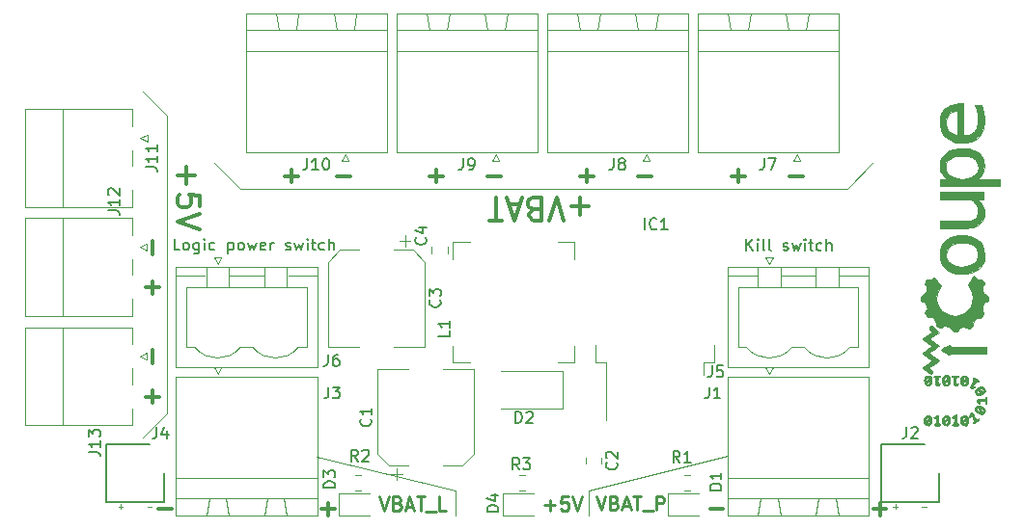
<source format=gbr>
G04 #@! TF.GenerationSoftware,KiCad,Pcbnew,5.1.5-52549c5~84~ubuntu18.04.1*
G04 #@! TF.CreationDate,2020-03-04T17:14:33+01:00*
G04 #@! TF.ProjectId,hub_usb_dispatch,6875625f-7573-4625-9f64-697370617463,rev?*
G04 #@! TF.SameCoordinates,Original*
G04 #@! TF.FileFunction,Legend,Top*
G04 #@! TF.FilePolarity,Positive*
%FSLAX46Y46*%
G04 Gerber Fmt 4.6, Leading zero omitted, Abs format (unit mm)*
G04 Created by KiCad (PCBNEW 5.1.5-52549c5~84~ubuntu18.04.1) date 2020-03-04 17:14:33*
%MOMM*%
%LPD*%
G04 APERTURE LIST*
%ADD10C,0.300000*%
%ADD11C,0.120000*%
%ADD12C,0.150000*%
%ADD13C,0.125000*%
%ADD14C,0.250000*%
%ADD15C,0.010000*%
%ADD16C,0.200000*%
G04 APERTURE END LIST*
D10*
X113555708Y-64749217D02*
X112412851Y-64749217D01*
X112984280Y-64177788D02*
X112984280Y-65320645D01*
X118635708Y-64749217D02*
X117492851Y-64749217D01*
D11*
X124777500Y-63637160D02*
X122529600Y-65885060D01*
X99898200Y-92424200D02*
X112026700Y-89363500D01*
X88138000Y-92411500D02*
X76022200Y-89401600D01*
X99898200Y-92424200D02*
X99898200Y-94583200D01*
X88138000Y-92411500D02*
X88138000Y-94583200D01*
D12*
X63999290Y-71261180D02*
X63523100Y-71261180D01*
X63523100Y-70261180D01*
X64475480Y-71261180D02*
X64380242Y-71213561D01*
X64332623Y-71165942D01*
X64285004Y-71070704D01*
X64285004Y-70784990D01*
X64332623Y-70689752D01*
X64380242Y-70642133D01*
X64475480Y-70594514D01*
X64618338Y-70594514D01*
X64713576Y-70642133D01*
X64761195Y-70689752D01*
X64808814Y-70784990D01*
X64808814Y-71070704D01*
X64761195Y-71165942D01*
X64713576Y-71213561D01*
X64618338Y-71261180D01*
X64475480Y-71261180D01*
X65665957Y-70594514D02*
X65665957Y-71404038D01*
X65618338Y-71499276D01*
X65570719Y-71546895D01*
X65475480Y-71594514D01*
X65332623Y-71594514D01*
X65237385Y-71546895D01*
X65665957Y-71213561D02*
X65570719Y-71261180D01*
X65380242Y-71261180D01*
X65285004Y-71213561D01*
X65237385Y-71165942D01*
X65189766Y-71070704D01*
X65189766Y-70784990D01*
X65237385Y-70689752D01*
X65285004Y-70642133D01*
X65380242Y-70594514D01*
X65570719Y-70594514D01*
X65665957Y-70642133D01*
X66142147Y-71261180D02*
X66142147Y-70594514D01*
X66142147Y-70261180D02*
X66094528Y-70308800D01*
X66142147Y-70356419D01*
X66189766Y-70308800D01*
X66142147Y-70261180D01*
X66142147Y-70356419D01*
X67046909Y-71213561D02*
X66951671Y-71261180D01*
X66761195Y-71261180D01*
X66665957Y-71213561D01*
X66618338Y-71165942D01*
X66570719Y-71070704D01*
X66570719Y-70784990D01*
X66618338Y-70689752D01*
X66665957Y-70642133D01*
X66761195Y-70594514D01*
X66951671Y-70594514D01*
X67046909Y-70642133D01*
X68237385Y-70594514D02*
X68237385Y-71594514D01*
X68237385Y-70642133D02*
X68332623Y-70594514D01*
X68523100Y-70594514D01*
X68618338Y-70642133D01*
X68665957Y-70689752D01*
X68713576Y-70784990D01*
X68713576Y-71070704D01*
X68665957Y-71165942D01*
X68618338Y-71213561D01*
X68523100Y-71261180D01*
X68332623Y-71261180D01*
X68237385Y-71213561D01*
X69285004Y-71261180D02*
X69189766Y-71213561D01*
X69142147Y-71165942D01*
X69094528Y-71070704D01*
X69094528Y-70784990D01*
X69142147Y-70689752D01*
X69189766Y-70642133D01*
X69285004Y-70594514D01*
X69427861Y-70594514D01*
X69523100Y-70642133D01*
X69570719Y-70689752D01*
X69618338Y-70784990D01*
X69618338Y-71070704D01*
X69570719Y-71165942D01*
X69523100Y-71213561D01*
X69427861Y-71261180D01*
X69285004Y-71261180D01*
X69951671Y-70594514D02*
X70142147Y-71261180D01*
X70332623Y-70784990D01*
X70523100Y-71261180D01*
X70713576Y-70594514D01*
X71475480Y-71213561D02*
X71380242Y-71261180D01*
X71189766Y-71261180D01*
X71094528Y-71213561D01*
X71046909Y-71118323D01*
X71046909Y-70737371D01*
X71094528Y-70642133D01*
X71189766Y-70594514D01*
X71380242Y-70594514D01*
X71475480Y-70642133D01*
X71523100Y-70737371D01*
X71523100Y-70832609D01*
X71046909Y-70927847D01*
X71951671Y-71261180D02*
X71951671Y-70594514D01*
X71951671Y-70784990D02*
X71999290Y-70689752D01*
X72046909Y-70642133D01*
X72142147Y-70594514D01*
X72237385Y-70594514D01*
X73285004Y-71213561D02*
X73380242Y-71261180D01*
X73570719Y-71261180D01*
X73665957Y-71213561D01*
X73713576Y-71118323D01*
X73713576Y-71070704D01*
X73665957Y-70975466D01*
X73570719Y-70927847D01*
X73427861Y-70927847D01*
X73332623Y-70880228D01*
X73285004Y-70784990D01*
X73285004Y-70737371D01*
X73332623Y-70642133D01*
X73427861Y-70594514D01*
X73570719Y-70594514D01*
X73665957Y-70642133D01*
X74046909Y-70594514D02*
X74237385Y-71261180D01*
X74427861Y-70784990D01*
X74618338Y-71261180D01*
X74808814Y-70594514D01*
X75189766Y-71261180D02*
X75189766Y-70594514D01*
X75189766Y-70261180D02*
X75142147Y-70308800D01*
X75189766Y-70356419D01*
X75237385Y-70308800D01*
X75189766Y-70261180D01*
X75189766Y-70356419D01*
X75523100Y-70594514D02*
X75904052Y-70594514D01*
X75665957Y-70261180D02*
X75665957Y-71118323D01*
X75713576Y-71213561D01*
X75808814Y-71261180D01*
X75904052Y-71261180D01*
X76665957Y-71213561D02*
X76570719Y-71261180D01*
X76380242Y-71261180D01*
X76285004Y-71213561D01*
X76237385Y-71165942D01*
X76189766Y-71070704D01*
X76189766Y-70784990D01*
X76237385Y-70689752D01*
X76285004Y-70642133D01*
X76380242Y-70594514D01*
X76570719Y-70594514D01*
X76665957Y-70642133D01*
X77094528Y-71261180D02*
X77094528Y-70261180D01*
X77523100Y-71261180D02*
X77523100Y-70737371D01*
X77475480Y-70642133D01*
X77380242Y-70594514D01*
X77237385Y-70594514D01*
X77142147Y-70642133D01*
X77094528Y-70689752D01*
X113686104Y-71311980D02*
X113686104Y-70311980D01*
X114257533Y-71311980D02*
X113828961Y-70740552D01*
X114257533Y-70311980D02*
X113686104Y-70883409D01*
X114686104Y-71311980D02*
X114686104Y-70645314D01*
X114686104Y-70311980D02*
X114638485Y-70359600D01*
X114686104Y-70407219D01*
X114733723Y-70359600D01*
X114686104Y-70311980D01*
X114686104Y-70407219D01*
X115305152Y-71311980D02*
X115209914Y-71264361D01*
X115162295Y-71169123D01*
X115162295Y-70311980D01*
X115828961Y-71311980D02*
X115733723Y-71264361D01*
X115686104Y-71169123D01*
X115686104Y-70311980D01*
X116924200Y-71264361D02*
X117019438Y-71311980D01*
X117209914Y-71311980D01*
X117305152Y-71264361D01*
X117352771Y-71169123D01*
X117352771Y-71121504D01*
X117305152Y-71026266D01*
X117209914Y-70978647D01*
X117067057Y-70978647D01*
X116971819Y-70931028D01*
X116924200Y-70835790D01*
X116924200Y-70788171D01*
X116971819Y-70692933D01*
X117067057Y-70645314D01*
X117209914Y-70645314D01*
X117305152Y-70692933D01*
X117686104Y-70645314D02*
X117876580Y-71311980D01*
X118067057Y-70835790D01*
X118257533Y-71311980D01*
X118448009Y-70645314D01*
X118828961Y-71311980D02*
X118828961Y-70645314D01*
X118828961Y-70311980D02*
X118781342Y-70359600D01*
X118828961Y-70407219D01*
X118876580Y-70359600D01*
X118828961Y-70311980D01*
X118828961Y-70407219D01*
X119162295Y-70645314D02*
X119543247Y-70645314D01*
X119305152Y-70311980D02*
X119305152Y-71169123D01*
X119352771Y-71264361D01*
X119448009Y-71311980D01*
X119543247Y-71311980D01*
X120305152Y-71264361D02*
X120209914Y-71311980D01*
X120019438Y-71311980D01*
X119924200Y-71264361D01*
X119876580Y-71216742D01*
X119828961Y-71121504D01*
X119828961Y-70835790D01*
X119876580Y-70740552D01*
X119924200Y-70692933D01*
X120019438Y-70645314D01*
X120209914Y-70645314D01*
X120305152Y-70692933D01*
X120733723Y-71311980D02*
X120733723Y-70311980D01*
X121162295Y-71311980D02*
X121162295Y-70788171D01*
X121114676Y-70692933D01*
X121019438Y-70645314D01*
X120876580Y-70645314D01*
X120781342Y-70692933D01*
X120733723Y-70740552D01*
D11*
X62852300Y-85623400D02*
X60718700Y-87757000D01*
X62852300Y-59436000D02*
X62852300Y-85623400D01*
X60744100Y-57340500D02*
X62839600Y-59436000D01*
D10*
X64525542Y-63976571D02*
X64525542Y-65500380D01*
X63763638Y-64738476D02*
X65287447Y-64738476D01*
X65763638Y-67405142D02*
X65763638Y-66452761D01*
X64811257Y-66357523D01*
X64906495Y-66452761D01*
X65001733Y-66643238D01*
X65001733Y-67119428D01*
X64906495Y-67309904D01*
X64811257Y-67405142D01*
X64620780Y-67500380D01*
X64144590Y-67500380D01*
X63954114Y-67405142D01*
X63858876Y-67309904D01*
X63763638Y-67119428D01*
X63763638Y-66643238D01*
X63858876Y-66452761D01*
X63954114Y-66357523D01*
X65763638Y-68071809D02*
X63763638Y-68738476D01*
X65763638Y-69405142D01*
D11*
X69296280Y-65885060D02*
X122529600Y-65885060D01*
X67048380Y-63637160D02*
X69296280Y-65885060D01*
D10*
X99894495Y-67421142D02*
X98370685Y-67421142D01*
X99132590Y-66659238D02*
X99132590Y-68183047D01*
X97704019Y-68659238D02*
X97037352Y-66659238D01*
X96370685Y-68659238D01*
X95037352Y-67706857D02*
X94751638Y-67611619D01*
X94656400Y-67516380D01*
X94561161Y-67325904D01*
X94561161Y-67040190D01*
X94656400Y-66849714D01*
X94751638Y-66754476D01*
X94942114Y-66659238D01*
X95704019Y-66659238D01*
X95704019Y-68659238D01*
X95037352Y-68659238D01*
X94846876Y-68564000D01*
X94751638Y-68468761D01*
X94656400Y-68278285D01*
X94656400Y-68087809D01*
X94751638Y-67897333D01*
X94846876Y-67802095D01*
X95037352Y-67706857D01*
X95704019Y-67706857D01*
X93799257Y-67230666D02*
X92846876Y-67230666D01*
X93989733Y-66659238D02*
X93323066Y-68659238D01*
X92656400Y-66659238D01*
X92275447Y-68659238D02*
X91132590Y-68659238D01*
X91704019Y-66659238D02*
X91704019Y-68659238D01*
D13*
X58610523Y-93806114D02*
X58991476Y-93806114D01*
X58801000Y-93996590D02*
X58801000Y-93615638D01*
X61150523Y-93806114D02*
X61531476Y-93806114D01*
X129095523Y-93806114D02*
X129476476Y-93806114D01*
X126555523Y-93806114D02*
X126936476Y-93806114D01*
X126746000Y-93996590D02*
X126746000Y-93615638D01*
D10*
X78926108Y-64749217D02*
X77783251Y-64749217D01*
X74338108Y-64749217D02*
X73195251Y-64749217D01*
X73766680Y-64177788D02*
X73766680Y-65320645D01*
X92126108Y-64749217D02*
X90983251Y-64749217D01*
X87046108Y-64749217D02*
X85903251Y-64749217D01*
X86474680Y-64177788D02*
X86474680Y-65320645D01*
X105326108Y-64749217D02*
X104183251Y-64749217D01*
X100246108Y-64749217D02*
X99103251Y-64749217D01*
X99674680Y-64177788D02*
X99674680Y-65320645D01*
X61614857Y-70473571D02*
X61614857Y-71616428D01*
X61614857Y-73978771D02*
X61614857Y-75121628D01*
X61043428Y-74550200D02*
X62186285Y-74550200D01*
X61614857Y-80060871D02*
X61614857Y-81203728D01*
X61614857Y-83566071D02*
X61614857Y-84708928D01*
X61043428Y-84137500D02*
X62186285Y-84137500D01*
X110504171Y-94025222D02*
X111647028Y-94025222D01*
X124829771Y-94025222D02*
X125972628Y-94025222D01*
X125401200Y-94596651D02*
X125401200Y-93453794D01*
X76441371Y-94029942D02*
X77584228Y-94029942D01*
X77012800Y-94601371D02*
X77012800Y-93458514D01*
X62115771Y-94029942D02*
X63258628Y-94029942D01*
D14*
X100527228Y-92884657D02*
X100927228Y-94084657D01*
X101327228Y-92884657D01*
X102127228Y-93456085D02*
X102298657Y-93513228D01*
X102355800Y-93570371D01*
X102412942Y-93684657D01*
X102412942Y-93856085D01*
X102355800Y-93970371D01*
X102298657Y-94027514D01*
X102184371Y-94084657D01*
X101727228Y-94084657D01*
X101727228Y-92884657D01*
X102127228Y-92884657D01*
X102241514Y-92941800D01*
X102298657Y-92998942D01*
X102355800Y-93113228D01*
X102355800Y-93227514D01*
X102298657Y-93341800D01*
X102241514Y-93398942D01*
X102127228Y-93456085D01*
X101727228Y-93456085D01*
X102870085Y-93741800D02*
X103441514Y-93741800D01*
X102755800Y-94084657D02*
X103155800Y-92884657D01*
X103555800Y-94084657D01*
X103784371Y-92884657D02*
X104470085Y-92884657D01*
X104127228Y-94084657D02*
X104127228Y-92884657D01*
X104584371Y-94198942D02*
X105498657Y-94198942D01*
X105784371Y-94084657D02*
X105784371Y-92884657D01*
X106241514Y-92884657D01*
X106355800Y-92941800D01*
X106412942Y-92998942D01*
X106470085Y-93113228D01*
X106470085Y-93284657D01*
X106412942Y-93398942D01*
X106355800Y-93456085D01*
X106241514Y-93513228D01*
X105784371Y-93513228D01*
X95993142Y-93678314D02*
X96907428Y-93678314D01*
X96450285Y-94135457D02*
X96450285Y-93221171D01*
X98050285Y-92935457D02*
X97478857Y-92935457D01*
X97421714Y-93506885D01*
X97478857Y-93449742D01*
X97593142Y-93392600D01*
X97878857Y-93392600D01*
X97993142Y-93449742D01*
X98050285Y-93506885D01*
X98107428Y-93621171D01*
X98107428Y-93906885D01*
X98050285Y-94021171D01*
X97993142Y-94078314D01*
X97878857Y-94135457D01*
X97593142Y-94135457D01*
X97478857Y-94078314D01*
X97421714Y-94021171D01*
X98450285Y-92935457D02*
X98850285Y-94135457D01*
X99250285Y-92935457D01*
X81515314Y-92935457D02*
X81915314Y-94135457D01*
X82315314Y-92935457D01*
X83115314Y-93506885D02*
X83286742Y-93564028D01*
X83343885Y-93621171D01*
X83401028Y-93735457D01*
X83401028Y-93906885D01*
X83343885Y-94021171D01*
X83286742Y-94078314D01*
X83172457Y-94135457D01*
X82715314Y-94135457D01*
X82715314Y-92935457D01*
X83115314Y-92935457D01*
X83229600Y-92992600D01*
X83286742Y-93049742D01*
X83343885Y-93164028D01*
X83343885Y-93278314D01*
X83286742Y-93392600D01*
X83229600Y-93449742D01*
X83115314Y-93506885D01*
X82715314Y-93506885D01*
X83858171Y-93792600D02*
X84429600Y-93792600D01*
X83743885Y-94135457D02*
X84143885Y-92935457D01*
X84543885Y-94135457D01*
X84772457Y-92935457D02*
X85458171Y-92935457D01*
X85115314Y-94135457D02*
X85115314Y-92935457D01*
X85572457Y-94249742D02*
X86486742Y-94249742D01*
X87343885Y-94135457D02*
X86772457Y-94135457D01*
X86772457Y-92935457D01*
D11*
X87476400Y-71524578D02*
X87476400Y-71007422D01*
X86056400Y-71524578D02*
X86056400Y-71007422D01*
D15*
G36*
X129286419Y-82603730D02*
G01*
X129369534Y-82390374D01*
X129508793Y-82278867D01*
X129685996Y-82278850D01*
X129797748Y-82332907D01*
X129905178Y-82429906D01*
X129951507Y-82564464D01*
X129959100Y-82713073D01*
X129928297Y-82952684D01*
X129837336Y-83097711D01*
X129668875Y-83187248D01*
X129599266Y-83179426D01*
X129599266Y-83070700D01*
X129723715Y-83026060D01*
X129768260Y-82886323D01*
X129768600Y-82867383D01*
X129750479Y-82786825D01*
X129673650Y-82800346D01*
X129641600Y-82816700D01*
X129545410Y-82904493D01*
X129516760Y-83001962D01*
X129563007Y-83064961D01*
X129599266Y-83070700D01*
X129599266Y-83179426D01*
X129507934Y-83169161D01*
X129505728Y-83167381D01*
X129505728Y-82715137D01*
X129613110Y-82649975D01*
X129708203Y-82550328D01*
X129707495Y-82468031D01*
X129622714Y-82439294D01*
X129550618Y-82457026D01*
X129468938Y-82544525D01*
X129451100Y-82625671D01*
X129459059Y-82711407D01*
X129505728Y-82715137D01*
X129505728Y-83167381D01*
X129375341Y-83062126D01*
X129291927Y-82884820D01*
X129278520Y-82655920D01*
X129286419Y-82603730D01*
G37*
X129286419Y-82603730D02*
X129369534Y-82390374D01*
X129508793Y-82278867D01*
X129685996Y-82278850D01*
X129797748Y-82332907D01*
X129905178Y-82429906D01*
X129951507Y-82564464D01*
X129959100Y-82713073D01*
X129928297Y-82952684D01*
X129837336Y-83097711D01*
X129668875Y-83187248D01*
X129599266Y-83179426D01*
X129599266Y-83070700D01*
X129723715Y-83026060D01*
X129768260Y-82886323D01*
X129768600Y-82867383D01*
X129750479Y-82786825D01*
X129673650Y-82800346D01*
X129641600Y-82816700D01*
X129545410Y-82904493D01*
X129516760Y-83001962D01*
X129563007Y-83064961D01*
X129599266Y-83070700D01*
X129599266Y-83179426D01*
X129507934Y-83169161D01*
X129505728Y-83167381D01*
X129505728Y-82715137D01*
X129613110Y-82649975D01*
X129708203Y-82550328D01*
X129707495Y-82468031D01*
X129622714Y-82439294D01*
X129550618Y-82457026D01*
X129468938Y-82544525D01*
X129451100Y-82625671D01*
X129459059Y-82711407D01*
X129505728Y-82715137D01*
X129505728Y-83167381D01*
X129375341Y-83062126D01*
X129291927Y-82884820D01*
X129278520Y-82655920D01*
X129286419Y-82603730D01*
G36*
X129322118Y-85973075D02*
G01*
X129424925Y-85831057D01*
X129559386Y-85750540D01*
X129709917Y-85753433D01*
X129854008Y-85853826D01*
X129934966Y-86018440D01*
X129958880Y-86232752D01*
X129926586Y-86441313D01*
X129842974Y-86585109D01*
X129664328Y-86679526D01*
X129614145Y-86673808D01*
X129614145Y-86533831D01*
X129679003Y-86495009D01*
X129750114Y-86396669D01*
X129765888Y-86296346D01*
X129719265Y-86246012D01*
X129712875Y-86245700D01*
X129619143Y-86294118D01*
X129549733Y-86398399D01*
X129544847Y-86497083D01*
X129546536Y-86500002D01*
X129614145Y-86533831D01*
X129614145Y-86673808D01*
X129505728Y-86661453D01*
X129505728Y-86207637D01*
X129613110Y-86142475D01*
X129708203Y-86042828D01*
X129707495Y-85960531D01*
X129622714Y-85931794D01*
X129550618Y-85949526D01*
X129468938Y-86037025D01*
X129451100Y-86118171D01*
X129459059Y-86203907D01*
X129505728Y-86207637D01*
X129505728Y-86661453D01*
X129487400Y-86659364D01*
X129359450Y-86549071D01*
X129273797Y-86353989D01*
X129266548Y-86154688D01*
X129322118Y-85973075D01*
G37*
X129322118Y-85973075D02*
X129424925Y-85831057D01*
X129559386Y-85750540D01*
X129709917Y-85753433D01*
X129854008Y-85853826D01*
X129934966Y-86018440D01*
X129958880Y-86232752D01*
X129926586Y-86441313D01*
X129842974Y-86585109D01*
X129664328Y-86679526D01*
X129614145Y-86673808D01*
X129614145Y-86533831D01*
X129679003Y-86495009D01*
X129750114Y-86396669D01*
X129765888Y-86296346D01*
X129719265Y-86246012D01*
X129712875Y-86245700D01*
X129619143Y-86294118D01*
X129549733Y-86398399D01*
X129544847Y-86497083D01*
X129546536Y-86500002D01*
X129614145Y-86533831D01*
X129614145Y-86673808D01*
X129505728Y-86661453D01*
X129505728Y-86207637D01*
X129613110Y-86142475D01*
X129708203Y-86042828D01*
X129707495Y-85960531D01*
X129622714Y-85931794D01*
X129550618Y-85949526D01*
X129468938Y-86037025D01*
X129451100Y-86118171D01*
X129459059Y-86203907D01*
X129505728Y-86207637D01*
X129505728Y-86661453D01*
X129487400Y-86659364D01*
X129359450Y-86549071D01*
X129273797Y-86353989D01*
X129266548Y-86154688D01*
X129322118Y-85973075D01*
G36*
X129182957Y-81558985D02*
G01*
X129314640Y-81454699D01*
X129504067Y-81319800D01*
X129586644Y-81264079D01*
X130039689Y-80962825D01*
X129587713Y-80667388D01*
X129382359Y-80528063D01*
X129225498Y-80411945D01*
X129141994Y-80337835D01*
X129134668Y-80324832D01*
X129183493Y-80270628D01*
X129314599Y-80166876D01*
X129503360Y-80032583D01*
X129582149Y-79979448D01*
X130030698Y-79681182D01*
X129582149Y-79400476D01*
X129376561Y-79266058D01*
X129220564Y-79153096D01*
X129139551Y-79080395D01*
X129133600Y-79068315D01*
X129183804Y-79013384D01*
X129317601Y-78911644D01*
X129509769Y-78781769D01*
X129587369Y-78732357D01*
X129805677Y-78593226D01*
X129930335Y-78503001D01*
X129976126Y-78444475D01*
X129957832Y-78400439D01*
X129904869Y-78362753D01*
X129789859Y-78221270D01*
X129768600Y-78102426D01*
X129789424Y-77973458D01*
X129875041Y-77929559D01*
X129927350Y-77927200D01*
X130055028Y-77960321D01*
X130086100Y-78022450D01*
X130113209Y-78107052D01*
X130136123Y-78117700D01*
X130211581Y-78155120D01*
X130341895Y-78249156D01*
X130398704Y-78295151D01*
X130611261Y-78472602D01*
X130189930Y-78747110D01*
X129992316Y-78881633D01*
X129844389Y-78993327D01*
X129771911Y-79062406D01*
X129768599Y-79070711D01*
X129819284Y-79124415D01*
X129953300Y-79221578D01*
X130143587Y-79342862D01*
X130180240Y-79364878D01*
X130377655Y-79488131D01*
X130523706Y-79590208D01*
X130591262Y-79651903D01*
X130592990Y-79657069D01*
X130544200Y-79711351D01*
X130413231Y-79815052D01*
X130224820Y-79949052D01*
X130149600Y-79999761D01*
X129947247Y-80136736D01*
X129793115Y-80245676D01*
X129711806Y-80309007D01*
X129705100Y-80317261D01*
X129754143Y-80359855D01*
X129884873Y-80454388D01*
X130072688Y-80583287D01*
X130149600Y-80634761D01*
X130352197Y-80773770D01*
X130506235Y-80887634D01*
X130587022Y-80957776D01*
X130593421Y-80968642D01*
X130543403Y-81018143D01*
X130410798Y-81116553D01*
X130220765Y-81245556D01*
X130148214Y-81292700D01*
X129703687Y-81578450D01*
X129863143Y-81707836D01*
X129986635Y-81849803D01*
X130024640Y-81985687D01*
X129977104Y-82085076D01*
X129863850Y-82118200D01*
X129744392Y-82101870D01*
X129704986Y-82070575D01*
X129655665Y-82012802D01*
X129529147Y-81915615D01*
X129419236Y-81842495D01*
X129259361Y-81733151D01*
X129155701Y-81646249D01*
X129133599Y-81613686D01*
X129182957Y-81558985D01*
G37*
X129182957Y-81558985D02*
X129314640Y-81454699D01*
X129504067Y-81319800D01*
X129586644Y-81264079D01*
X130039689Y-80962825D01*
X129587713Y-80667388D01*
X129382359Y-80528063D01*
X129225498Y-80411945D01*
X129141994Y-80337835D01*
X129134668Y-80324832D01*
X129183493Y-80270628D01*
X129314599Y-80166876D01*
X129503360Y-80032583D01*
X129582149Y-79979448D01*
X130030698Y-79681182D01*
X129582149Y-79400476D01*
X129376561Y-79266058D01*
X129220564Y-79153096D01*
X129139551Y-79080395D01*
X129133600Y-79068315D01*
X129183804Y-79013384D01*
X129317601Y-78911644D01*
X129509769Y-78781769D01*
X129587369Y-78732357D01*
X129805677Y-78593226D01*
X129930335Y-78503001D01*
X129976126Y-78444475D01*
X129957832Y-78400439D01*
X129904869Y-78362753D01*
X129789859Y-78221270D01*
X129768600Y-78102426D01*
X129789424Y-77973458D01*
X129875041Y-77929559D01*
X129927350Y-77927200D01*
X130055028Y-77960321D01*
X130086100Y-78022450D01*
X130113209Y-78107052D01*
X130136123Y-78117700D01*
X130211581Y-78155120D01*
X130341895Y-78249156D01*
X130398704Y-78295151D01*
X130611261Y-78472602D01*
X130189930Y-78747110D01*
X129992316Y-78881633D01*
X129844389Y-78993327D01*
X129771911Y-79062406D01*
X129768599Y-79070711D01*
X129819284Y-79124415D01*
X129953300Y-79221578D01*
X130143587Y-79342862D01*
X130180240Y-79364878D01*
X130377655Y-79488131D01*
X130523706Y-79590208D01*
X130591262Y-79651903D01*
X130592990Y-79657069D01*
X130544200Y-79711351D01*
X130413231Y-79815052D01*
X130224820Y-79949052D01*
X130149600Y-79999761D01*
X129947247Y-80136736D01*
X129793115Y-80245676D01*
X129711806Y-80309007D01*
X129705100Y-80317261D01*
X129754143Y-80359855D01*
X129884873Y-80454388D01*
X130072688Y-80583287D01*
X130149600Y-80634761D01*
X130352197Y-80773770D01*
X130506235Y-80887634D01*
X130587022Y-80957776D01*
X130593421Y-80968642D01*
X130543403Y-81018143D01*
X130410798Y-81116553D01*
X130220765Y-81245556D01*
X130148214Y-81292700D01*
X129703687Y-81578450D01*
X129863143Y-81707836D01*
X129986635Y-81849803D01*
X130024640Y-81985687D01*
X129977104Y-82085076D01*
X129863850Y-82118200D01*
X129744392Y-82101870D01*
X129704986Y-82070575D01*
X129655665Y-82012802D01*
X129529147Y-81915615D01*
X129419236Y-81842495D01*
X129259361Y-81733151D01*
X129155701Y-81646249D01*
X129133599Y-81613686D01*
X129182957Y-81558985D01*
G36*
X130143210Y-82335977D02*
G01*
X130289231Y-82312986D01*
X130403600Y-82308700D01*
X130584715Y-82320123D01*
X130699673Y-82349327D01*
X130721100Y-82372200D01*
X130667915Y-82423793D01*
X130594100Y-82435700D01*
X130514083Y-82454829D01*
X130476673Y-82533894D01*
X130467112Y-82705412D01*
X130467100Y-82715506D01*
X130473664Y-82887504D01*
X130503336Y-82961831D01*
X130571087Y-82967554D01*
X130594100Y-82962100D01*
X130699853Y-82959103D01*
X130709250Y-83013789D01*
X130622154Y-83100947D01*
X130594961Y-83118926D01*
X130439113Y-83196546D01*
X130342288Y-83185041D01*
X130292241Y-83072783D01*
X130276724Y-82848148D01*
X130276600Y-82816700D01*
X130269284Y-82595471D01*
X130243353Y-82476694D01*
X130192826Y-82436452D01*
X130181350Y-82435700D01*
X130096846Y-82401412D01*
X130086100Y-82372200D01*
X130143210Y-82335977D01*
G37*
X130143210Y-82335977D02*
X130289231Y-82312986D01*
X130403600Y-82308700D01*
X130584715Y-82320123D01*
X130699673Y-82349327D01*
X130721100Y-82372200D01*
X130667915Y-82423793D01*
X130594100Y-82435700D01*
X130514083Y-82454829D01*
X130476673Y-82533894D01*
X130467112Y-82705412D01*
X130467100Y-82715506D01*
X130473664Y-82887504D01*
X130503336Y-82961831D01*
X130571087Y-82967554D01*
X130594100Y-82962100D01*
X130699853Y-82959103D01*
X130709250Y-83013789D01*
X130622154Y-83100947D01*
X130594961Y-83118926D01*
X130439113Y-83196546D01*
X130342288Y-83185041D01*
X130292241Y-83072783D01*
X130276724Y-82848148D01*
X130276600Y-82816700D01*
X130269284Y-82595471D01*
X130243353Y-82476694D01*
X130192826Y-82436452D01*
X130181350Y-82435700D01*
X130096846Y-82401412D01*
X130086100Y-82372200D01*
X130143210Y-82335977D01*
G36*
X130134402Y-85915192D02*
G01*
X130247808Y-85829392D01*
X130387725Y-85772943D01*
X130466415Y-85756415D01*
X130509169Y-85785742D01*
X130526917Y-85887044D01*
X130530586Y-86086441D01*
X130530600Y-86114421D01*
X130537772Y-86337056D01*
X130563226Y-86457191D01*
X130612871Y-86498723D01*
X130625850Y-86499700D01*
X130710036Y-86550530D01*
X130721100Y-86594950D01*
X130683703Y-86657731D01*
X130556547Y-86686328D01*
X130435350Y-86690200D01*
X130247008Y-86677735D01*
X130161218Y-86635350D01*
X130149600Y-86594950D01*
X130200429Y-86510764D01*
X130244850Y-86499700D01*
X130310285Y-86458852D01*
X130337935Y-86322592D01*
X130340100Y-86238907D01*
X130330070Y-86072648D01*
X130293624Y-86009243D01*
X130246883Y-86013883D01*
X130147093Y-86017038D01*
X130120582Y-85996122D01*
X130134402Y-85915192D01*
G37*
X130134402Y-85915192D02*
X130247808Y-85829392D01*
X130387725Y-85772943D01*
X130466415Y-85756415D01*
X130509169Y-85785742D01*
X130526917Y-85887044D01*
X130530586Y-86086441D01*
X130530600Y-86114421D01*
X130537772Y-86337056D01*
X130563226Y-86457191D01*
X130612871Y-86498723D01*
X130625850Y-86499700D01*
X130710036Y-86550530D01*
X130721100Y-86594950D01*
X130683703Y-86657731D01*
X130556547Y-86686328D01*
X130435350Y-86690200D01*
X130247008Y-86677735D01*
X130161218Y-86635350D01*
X130149600Y-86594950D01*
X130200429Y-86510764D01*
X130244850Y-86499700D01*
X130310285Y-86458852D01*
X130337935Y-86322592D01*
X130340100Y-86238907D01*
X130330070Y-86072648D01*
X130293624Y-86009243D01*
X130246883Y-86013883D01*
X130147093Y-86017038D01*
X130120582Y-85996122D01*
X130134402Y-85915192D01*
G36*
X130861180Y-82604849D02*
G01*
X130933354Y-82422381D01*
X130975100Y-82372200D01*
X131122064Y-82264297D01*
X131264640Y-82265522D01*
X131405470Y-82344051D01*
X131508237Y-82484399D01*
X131551675Y-82686336D01*
X131534061Y-82898264D01*
X131453672Y-83068587D01*
X131430474Y-83092609D01*
X131284958Y-83176205D01*
X131270785Y-83179109D01*
X131270785Y-83048708D01*
X131342668Y-82959996D01*
X131356100Y-82874219D01*
X131338842Y-82788204D01*
X131264216Y-82798886D01*
X131229100Y-82816700D01*
X131117133Y-82911173D01*
X131123314Y-83002839D01*
X131165600Y-83038950D01*
X131270785Y-83048708D01*
X131270785Y-83179109D01*
X131180075Y-83197700D01*
X131093228Y-83166354D01*
X131093228Y-82715137D01*
X131200610Y-82649975D01*
X131295703Y-82550328D01*
X131294995Y-82468031D01*
X131210214Y-82439294D01*
X131138118Y-82457026D01*
X131056438Y-82544525D01*
X131038600Y-82625671D01*
X131046559Y-82711407D01*
X131093228Y-82715137D01*
X131093228Y-83166354D01*
X131027211Y-83142526D01*
X130917108Y-83001164D01*
X130858764Y-82809857D01*
X130861180Y-82604849D01*
G37*
X130861180Y-82604849D02*
X130933354Y-82422381D01*
X130975100Y-82372200D01*
X131122064Y-82264297D01*
X131264640Y-82265522D01*
X131405470Y-82344051D01*
X131508237Y-82484399D01*
X131551675Y-82686336D01*
X131534061Y-82898264D01*
X131453672Y-83068587D01*
X131430474Y-83092609D01*
X131284958Y-83176205D01*
X131270785Y-83179109D01*
X131270785Y-83048708D01*
X131342668Y-82959996D01*
X131356100Y-82874219D01*
X131338842Y-82788204D01*
X131264216Y-82798886D01*
X131229100Y-82816700D01*
X131117133Y-82911173D01*
X131123314Y-83002839D01*
X131165600Y-83038950D01*
X131270785Y-83048708D01*
X131270785Y-83179109D01*
X131180075Y-83197700D01*
X131093228Y-83166354D01*
X131093228Y-82715137D01*
X131200610Y-82649975D01*
X131295703Y-82550328D01*
X131294995Y-82468031D01*
X131210214Y-82439294D01*
X131138118Y-82457026D01*
X131056438Y-82544525D01*
X131038600Y-82625671D01*
X131046559Y-82711407D01*
X131093228Y-82715137D01*
X131093228Y-83166354D01*
X131027211Y-83142526D01*
X130917108Y-83001164D01*
X130858764Y-82809857D01*
X130861180Y-82604849D01*
G36*
X130909618Y-85973075D02*
G01*
X131012425Y-85831057D01*
X131146886Y-85750540D01*
X131297417Y-85753433D01*
X131441508Y-85853826D01*
X131522466Y-86018440D01*
X131546380Y-86232752D01*
X131514086Y-86441313D01*
X131430474Y-86585109D01*
X131251828Y-86679526D01*
X131209529Y-86674706D01*
X131209529Y-86535290D01*
X131300210Y-86492033D01*
X131354018Y-86391899D01*
X131356100Y-86365907D01*
X131331554Y-86266417D01*
X131300375Y-86245700D01*
X131208698Y-86292933D01*
X131137455Y-86394378D01*
X131127948Y-86489659D01*
X131130416Y-86494146D01*
X131209529Y-86535290D01*
X131209529Y-86674706D01*
X131093228Y-86661453D01*
X131093228Y-86207637D01*
X131200610Y-86142475D01*
X131295703Y-86042828D01*
X131294995Y-85960531D01*
X131210214Y-85931794D01*
X131138118Y-85949526D01*
X131056438Y-86037025D01*
X131038600Y-86118171D01*
X131046559Y-86203907D01*
X131093228Y-86207637D01*
X131093228Y-86661453D01*
X131074900Y-86659364D01*
X130946950Y-86549071D01*
X130861297Y-86353989D01*
X130854048Y-86154688D01*
X130909618Y-85973075D01*
G37*
X130909618Y-85973075D02*
X131012425Y-85831057D01*
X131146886Y-85750540D01*
X131297417Y-85753433D01*
X131441508Y-85853826D01*
X131522466Y-86018440D01*
X131546380Y-86232752D01*
X131514086Y-86441313D01*
X131430474Y-86585109D01*
X131251828Y-86679526D01*
X131209529Y-86674706D01*
X131209529Y-86535290D01*
X131300210Y-86492033D01*
X131354018Y-86391899D01*
X131356100Y-86365907D01*
X131331554Y-86266417D01*
X131300375Y-86245700D01*
X131208698Y-86292933D01*
X131137455Y-86394378D01*
X131127948Y-86489659D01*
X131130416Y-86494146D01*
X131209529Y-86535290D01*
X131209529Y-86674706D01*
X131093228Y-86661453D01*
X131093228Y-86207637D01*
X131200610Y-86142475D01*
X131295703Y-86042828D01*
X131294995Y-85960531D01*
X131210214Y-85931794D01*
X131138118Y-85949526D01*
X131056438Y-86037025D01*
X131038600Y-86118171D01*
X131046559Y-86203907D01*
X131093228Y-86207637D01*
X131093228Y-86661453D01*
X131074900Y-86659364D01*
X130946950Y-86549071D01*
X130861297Y-86353989D01*
X130854048Y-86154688D01*
X130909618Y-85973075D01*
G36*
X131730710Y-82335977D02*
G01*
X131876731Y-82312986D01*
X131991100Y-82308700D01*
X132172215Y-82320123D01*
X132287173Y-82349327D01*
X132308600Y-82372200D01*
X132255415Y-82423793D01*
X132181600Y-82435700D01*
X132101583Y-82454829D01*
X132064173Y-82533894D01*
X132054612Y-82705412D01*
X132054600Y-82715506D01*
X132061164Y-82887504D01*
X132090836Y-82961831D01*
X132158587Y-82967554D01*
X132181600Y-82962100D01*
X132287353Y-82959103D01*
X132296750Y-83013789D01*
X132209654Y-83100947D01*
X132182461Y-83118926D01*
X132026613Y-83196546D01*
X131929788Y-83185041D01*
X131879741Y-83072783D01*
X131864224Y-82848148D01*
X131864100Y-82816700D01*
X131856784Y-82595471D01*
X131830853Y-82476694D01*
X131780326Y-82436452D01*
X131768850Y-82435700D01*
X131684346Y-82401412D01*
X131673600Y-82372200D01*
X131730710Y-82335977D01*
G37*
X131730710Y-82335977D02*
X131876731Y-82312986D01*
X131991100Y-82308700D01*
X132172215Y-82320123D01*
X132287173Y-82349327D01*
X132308600Y-82372200D01*
X132255415Y-82423793D01*
X132181600Y-82435700D01*
X132101583Y-82454829D01*
X132064173Y-82533894D01*
X132054612Y-82705412D01*
X132054600Y-82715506D01*
X132061164Y-82887504D01*
X132090836Y-82961831D01*
X132158587Y-82967554D01*
X132181600Y-82962100D01*
X132287353Y-82959103D01*
X132296750Y-83013789D01*
X132209654Y-83100947D01*
X132182461Y-83118926D01*
X132026613Y-83196546D01*
X131929788Y-83185041D01*
X131879741Y-83072783D01*
X131864224Y-82848148D01*
X131864100Y-82816700D01*
X131856784Y-82595471D01*
X131830853Y-82476694D01*
X131780326Y-82436452D01*
X131768850Y-82435700D01*
X131684346Y-82401412D01*
X131673600Y-82372200D01*
X131730710Y-82335977D01*
G36*
X131789277Y-85876255D02*
G01*
X131910384Y-85793967D01*
X132047277Y-85742407D01*
X132090483Y-85737700D01*
X132105051Y-85795409D01*
X132115058Y-85945401D01*
X132118100Y-86118700D01*
X132125415Y-86339930D01*
X132151346Y-86458707D01*
X132201873Y-86498949D01*
X132213350Y-86499700D01*
X132297536Y-86550530D01*
X132308600Y-86594950D01*
X132271203Y-86657731D01*
X132144047Y-86686328D01*
X132022850Y-86690200D01*
X131834508Y-86677735D01*
X131748718Y-86635350D01*
X131737100Y-86594950D01*
X131787929Y-86510764D01*
X131832350Y-86499700D01*
X131897785Y-86458852D01*
X131925435Y-86322592D01*
X131927600Y-86238907D01*
X131917915Y-86073206D01*
X131882119Y-86009686D01*
X131832350Y-86014664D01*
X131750507Y-86004691D01*
X131737100Y-85956386D01*
X131789277Y-85876255D01*
G37*
X131789277Y-85876255D02*
X131910384Y-85793967D01*
X132047277Y-85742407D01*
X132090483Y-85737700D01*
X132105051Y-85795409D01*
X132115058Y-85945401D01*
X132118100Y-86118700D01*
X132125415Y-86339930D01*
X132151346Y-86458707D01*
X132201873Y-86498949D01*
X132213350Y-86499700D01*
X132297536Y-86550530D01*
X132308600Y-86594950D01*
X132271203Y-86657731D01*
X132144047Y-86686328D01*
X132022850Y-86690200D01*
X131834508Y-86677735D01*
X131748718Y-86635350D01*
X131737100Y-86594950D01*
X131787929Y-86510764D01*
X131832350Y-86499700D01*
X131897785Y-86458852D01*
X131925435Y-86322592D01*
X131927600Y-86238907D01*
X131917915Y-86073206D01*
X131882119Y-86009686D01*
X131832350Y-86014664D01*
X131750507Y-86004691D01*
X131737100Y-85956386D01*
X131789277Y-85876255D01*
G36*
X132476206Y-82553919D02*
G01*
X132583391Y-82380750D01*
X132735200Y-82290475D01*
X132909681Y-82301425D01*
X132979608Y-82337401D01*
X133083172Y-82434002D01*
X133127486Y-82573217D01*
X133134100Y-82713073D01*
X133100568Y-82960681D01*
X133017974Y-83092609D01*
X132841649Y-83184293D01*
X132774266Y-83178226D01*
X132774266Y-83070700D01*
X132898715Y-83026060D01*
X132943260Y-82886323D01*
X132943600Y-82867383D01*
X132925479Y-82786825D01*
X132848650Y-82800346D01*
X132816600Y-82816700D01*
X132720410Y-82904493D01*
X132691760Y-83001962D01*
X132738007Y-83064961D01*
X132774266Y-83070700D01*
X132774266Y-83178226D01*
X132670690Y-83168899D01*
X132670690Y-82708631D01*
X132778568Y-82656188D01*
X132784304Y-82652468D01*
X132890317Y-82551043D01*
X132893464Y-82470169D01*
X132793316Y-82435746D01*
X132787896Y-82435700D01*
X132695828Y-82490595D01*
X132634888Y-82620864D01*
X132626100Y-82696358D01*
X132670690Y-82708631D01*
X132670690Y-83168899D01*
X132666439Y-83168516D01*
X132523281Y-83061266D01*
X132443113Y-82878530D01*
X132435600Y-82791651D01*
X132476206Y-82553919D01*
G37*
X132476206Y-82553919D02*
X132583391Y-82380750D01*
X132735200Y-82290475D01*
X132909681Y-82301425D01*
X132979608Y-82337401D01*
X133083172Y-82434002D01*
X133127486Y-82573217D01*
X133134100Y-82713073D01*
X133100568Y-82960681D01*
X133017974Y-83092609D01*
X132841649Y-83184293D01*
X132774266Y-83178226D01*
X132774266Y-83070700D01*
X132898715Y-83026060D01*
X132943260Y-82886323D01*
X132943600Y-82867383D01*
X132925479Y-82786825D01*
X132848650Y-82800346D01*
X132816600Y-82816700D01*
X132720410Y-82904493D01*
X132691760Y-83001962D01*
X132738007Y-83064961D01*
X132774266Y-83070700D01*
X132774266Y-83178226D01*
X132670690Y-83168899D01*
X132670690Y-82708631D01*
X132778568Y-82656188D01*
X132784304Y-82652468D01*
X132890317Y-82551043D01*
X132893464Y-82470169D01*
X132793316Y-82435746D01*
X132787896Y-82435700D01*
X132695828Y-82490595D01*
X132634888Y-82620864D01*
X132626100Y-82696358D01*
X132670690Y-82708631D01*
X132670690Y-83168899D01*
X132666439Y-83168516D01*
X132523281Y-83061266D01*
X132443113Y-82878530D01*
X132435600Y-82791651D01*
X132476206Y-82553919D01*
G36*
X132478097Y-85995156D02*
G01*
X132587790Y-85836448D01*
X132737983Y-85754030D01*
X132901978Y-85764103D01*
X133029008Y-85853826D01*
X133105103Y-86010726D01*
X133132495Y-86222310D01*
X133110778Y-86432430D01*
X133039548Y-86584942D01*
X133034314Y-86590415D01*
X132874050Y-86679895D01*
X132816600Y-86674482D01*
X132816600Y-86499700D01*
X132922728Y-86454799D01*
X132943600Y-86372700D01*
X132922283Y-86269439D01*
X132892800Y-86245700D01*
X132801127Y-86291443D01*
X132713994Y-86386467D01*
X132689600Y-86448901D01*
X132742890Y-86490205D01*
X132816600Y-86499700D01*
X132816600Y-86674482D01*
X132707043Y-86664159D01*
X132675803Y-86642021D01*
X132675803Y-86209673D01*
X132779857Y-86137540D01*
X132871092Y-86033722D01*
X132868472Y-85954598D01*
X132781725Y-85933888D01*
X132725618Y-85949526D01*
X132644258Y-86036942D01*
X132626100Y-86119672D01*
X132632970Y-86207008D01*
X132675803Y-86209673D01*
X132675803Y-86642021D01*
X132560561Y-86560351D01*
X132461869Y-86385616D01*
X132435600Y-86213950D01*
X132478097Y-85995156D01*
G37*
X132478097Y-85995156D02*
X132587790Y-85836448D01*
X132737983Y-85754030D01*
X132901978Y-85764103D01*
X133029008Y-85853826D01*
X133105103Y-86010726D01*
X133132495Y-86222310D01*
X133110778Y-86432430D01*
X133039548Y-86584942D01*
X133034314Y-86590415D01*
X132874050Y-86679895D01*
X132816600Y-86674482D01*
X132816600Y-86499700D01*
X132922728Y-86454799D01*
X132943600Y-86372700D01*
X132922283Y-86269439D01*
X132892800Y-86245700D01*
X132801127Y-86291443D01*
X132713994Y-86386467D01*
X132689600Y-86448901D01*
X132742890Y-86490205D01*
X132816600Y-86499700D01*
X132816600Y-86674482D01*
X132707043Y-86664159D01*
X132675803Y-86642021D01*
X132675803Y-86209673D01*
X132779857Y-86137540D01*
X132871092Y-86033722D01*
X132868472Y-85954598D01*
X132781725Y-85933888D01*
X132725618Y-85949526D01*
X132644258Y-86036942D01*
X132626100Y-86119672D01*
X132632970Y-86207008D01*
X132675803Y-86209673D01*
X132675803Y-86642021D01*
X132560561Y-86560351D01*
X132461869Y-86385616D01*
X132435600Y-86213950D01*
X132478097Y-85995156D01*
G36*
X133317979Y-83280573D02*
G01*
X133383070Y-83138651D01*
X133465347Y-82994665D01*
X133573889Y-82802108D01*
X133610347Y-82687194D01*
X133581531Y-82628040D01*
X133579816Y-82626953D01*
X133530464Y-82546394D01*
X133540490Y-82509490D01*
X133622904Y-82491234D01*
X133787230Y-82563205D01*
X133802829Y-82572282D01*
X133980566Y-82690151D01*
X134067729Y-82777200D01*
X134053272Y-82821838D01*
X134042722Y-82824013D01*
X133937667Y-82826178D01*
X133896100Y-82823822D01*
X133804831Y-82868299D01*
X133692371Y-82988564D01*
X133657391Y-83038759D01*
X133570084Y-83179051D01*
X133550264Y-83242904D01*
X133596291Y-83260417D01*
X133645263Y-83261200D01*
X133733433Y-83285553D01*
X133737350Y-83324700D01*
X133651213Y-83368997D01*
X133505539Y-83387616D01*
X133365910Y-83376655D01*
X133307828Y-83350262D01*
X133317979Y-83280573D01*
G37*
X133317979Y-83280573D02*
X133383070Y-83138651D01*
X133465347Y-82994665D01*
X133573889Y-82802108D01*
X133610347Y-82687194D01*
X133581531Y-82628040D01*
X133579816Y-82626953D01*
X133530464Y-82546394D01*
X133540490Y-82509490D01*
X133622904Y-82491234D01*
X133787230Y-82563205D01*
X133802829Y-82572282D01*
X133980566Y-82690151D01*
X134067729Y-82777200D01*
X134053272Y-82821838D01*
X134042722Y-82824013D01*
X133937667Y-82826178D01*
X133896100Y-82823822D01*
X133804831Y-82868299D01*
X133692371Y-82988564D01*
X133657391Y-83038759D01*
X133570084Y-83179051D01*
X133550264Y-83242904D01*
X133596291Y-83260417D01*
X133645263Y-83261200D01*
X133733433Y-83285553D01*
X133737350Y-83324700D01*
X133651213Y-83368997D01*
X133505539Y-83387616D01*
X133365910Y-83376655D01*
X133307828Y-83350262D01*
X133317979Y-83280573D01*
G36*
X133234252Y-85783118D02*
G01*
X133317723Y-85662646D01*
X133408286Y-85569095D01*
X133452523Y-85547200D01*
X133514263Y-85597544D01*
X133610662Y-85726624D01*
X133678375Y-85834944D01*
X133793428Y-86008914D01*
X133884622Y-86084632D01*
X133966802Y-86084665D01*
X134070836Y-86074473D01*
X134089078Y-86124541D01*
X134032213Y-86212542D01*
X133910927Y-86316147D01*
X133832600Y-86365071D01*
X133669950Y-86445887D01*
X133591930Y-86454108D01*
X133578600Y-86421214D01*
X133619745Y-86298093D01*
X133639296Y-86273904D01*
X133649645Y-86177462D01*
X133572086Y-86011398D01*
X133563245Y-85997231D01*
X133474094Y-85880210D01*
X133412808Y-85843147D01*
X133402007Y-85854727D01*
X133339799Y-85913364D01*
X133249806Y-85926363D01*
X133198117Y-85885931D01*
X133197600Y-85878830D01*
X133234252Y-85783118D01*
G37*
X133234252Y-85783118D02*
X133317723Y-85662646D01*
X133408286Y-85569095D01*
X133452523Y-85547200D01*
X133514263Y-85597544D01*
X133610662Y-85726624D01*
X133678375Y-85834944D01*
X133793428Y-86008914D01*
X133884622Y-86084632D01*
X133966802Y-86084665D01*
X134070836Y-86074473D01*
X134089078Y-86124541D01*
X134032213Y-86212542D01*
X133910927Y-86316147D01*
X133832600Y-86365071D01*
X133669950Y-86445887D01*
X133591930Y-86454108D01*
X133578600Y-86421214D01*
X133619745Y-86298093D01*
X133639296Y-86273904D01*
X133649645Y-86177462D01*
X133572086Y-86011398D01*
X133563245Y-85997231D01*
X133474094Y-85880210D01*
X133412808Y-85843147D01*
X133402007Y-85854727D01*
X133339799Y-85913364D01*
X133249806Y-85926363D01*
X133198117Y-85885931D01*
X133197600Y-85878830D01*
X133234252Y-85783118D01*
G36*
X130686473Y-59621925D02*
G01*
X130780233Y-59291427D01*
X130951136Y-59009147D01*
X131057693Y-58887511D01*
X131335772Y-58650248D01*
X131649833Y-58494784D01*
X132032718Y-58407348D01*
X132255774Y-58385141D01*
X132753100Y-58351053D01*
X132753100Y-61163200D01*
X132927725Y-61161806D01*
X133142502Y-61122427D01*
X133390751Y-61025044D01*
X133612938Y-60896521D01*
X133719053Y-60804720D01*
X133894696Y-60517902D01*
X133996188Y-60152021D01*
X134021515Y-59732537D01*
X133968664Y-59284909D01*
X133868000Y-58921550D01*
X133715579Y-58489650D01*
X134012214Y-58508800D01*
X134308850Y-58527950D01*
X134424064Y-58875468D01*
X134511984Y-59234762D01*
X134560843Y-59637896D01*
X134568706Y-60039208D01*
X134533640Y-60393040D01*
X134495085Y-60551700D01*
X134289314Y-61009303D01*
X133995380Y-61375798D01*
X133614058Y-61650328D01*
X133419850Y-61741337D01*
X133272106Y-61775912D01*
X133037863Y-61803127D01*
X132757577Y-61818912D01*
X132626100Y-61821207D01*
X132305815Y-61816412D01*
X132245100Y-61810763D01*
X132245100Y-61178013D01*
X132245100Y-60091107D01*
X132244633Y-59696593D01*
X132241726Y-59411359D01*
X132234117Y-59217686D01*
X132219545Y-59097854D01*
X132195749Y-59034143D01*
X132160467Y-59008834D01*
X132111439Y-59004208D01*
X132106398Y-59004200D01*
X131965893Y-59031371D01*
X131775419Y-59099772D01*
X131697465Y-59135017D01*
X131436696Y-59324989D01*
X131263038Y-59584135D01*
X131178664Y-59887212D01*
X131185746Y-60208980D01*
X131286457Y-60524196D01*
X131482969Y-60807617D01*
X131548041Y-60871198D01*
X131704243Y-60999973D01*
X131831452Y-61083243D01*
X131880157Y-61100568D01*
X132002492Y-61116949D01*
X132102225Y-61139724D01*
X132245100Y-61178013D01*
X132245100Y-61810763D01*
X132070775Y-61794540D01*
X131879685Y-61749291D01*
X131705350Y-61680768D01*
X131290284Y-61432784D01*
X130977953Y-61110553D01*
X130770160Y-60716908D01*
X130668705Y-60254683D01*
X130658220Y-60034036D01*
X130686473Y-59621925D01*
G37*
X130686473Y-59621925D02*
X130780233Y-59291427D01*
X130951136Y-59009147D01*
X131057693Y-58887511D01*
X131335772Y-58650248D01*
X131649833Y-58494784D01*
X132032718Y-58407348D01*
X132255774Y-58385141D01*
X132753100Y-58351053D01*
X132753100Y-61163200D01*
X132927725Y-61161806D01*
X133142502Y-61122427D01*
X133390751Y-61025044D01*
X133612938Y-60896521D01*
X133719053Y-60804720D01*
X133894696Y-60517902D01*
X133996188Y-60152021D01*
X134021515Y-59732537D01*
X133968664Y-59284909D01*
X133868000Y-58921550D01*
X133715579Y-58489650D01*
X134012214Y-58508800D01*
X134308850Y-58527950D01*
X134424064Y-58875468D01*
X134511984Y-59234762D01*
X134560843Y-59637896D01*
X134568706Y-60039208D01*
X134533640Y-60393040D01*
X134495085Y-60551700D01*
X134289314Y-61009303D01*
X133995380Y-61375798D01*
X133614058Y-61650328D01*
X133419850Y-61741337D01*
X133272106Y-61775912D01*
X133037863Y-61803127D01*
X132757577Y-61818912D01*
X132626100Y-61821207D01*
X132305815Y-61816412D01*
X132245100Y-61810763D01*
X132245100Y-61178013D01*
X132245100Y-60091107D01*
X132244633Y-59696593D01*
X132241726Y-59411359D01*
X132234117Y-59217686D01*
X132219545Y-59097854D01*
X132195749Y-59034143D01*
X132160467Y-59008834D01*
X132111439Y-59004208D01*
X132106398Y-59004200D01*
X131965893Y-59031371D01*
X131775419Y-59099772D01*
X131697465Y-59135017D01*
X131436696Y-59324989D01*
X131263038Y-59584135D01*
X131178664Y-59887212D01*
X131185746Y-60208980D01*
X131286457Y-60524196D01*
X131482969Y-60807617D01*
X131548041Y-60871198D01*
X131704243Y-60999973D01*
X131831452Y-61083243D01*
X131880157Y-61100568D01*
X132002492Y-61116949D01*
X132102225Y-61139724D01*
X132245100Y-61178013D01*
X132245100Y-61810763D01*
X132070775Y-61794540D01*
X131879685Y-61749291D01*
X131705350Y-61680768D01*
X131290284Y-61432784D01*
X130977953Y-61110553D01*
X130770160Y-60716908D01*
X130668705Y-60254683D01*
X130658220Y-60034036D01*
X130686473Y-59621925D01*
G36*
X131943475Y-68719346D02*
G01*
X132342005Y-68715832D01*
X132712150Y-68706274D01*
X133029175Y-68691798D01*
X133268345Y-68673530D01*
X133403870Y-68652890D01*
X133701836Y-68527849D01*
X133894315Y-68340973D01*
X133993093Y-68079175D01*
X134006232Y-67983901D01*
X133989761Y-67612060D01*
X133861398Y-67298937D01*
X133618888Y-67039148D01*
X133606332Y-67029446D01*
X133366589Y-66846450D01*
X132043844Y-66825978D01*
X130721100Y-66805505D01*
X130721100Y-66179700D01*
X134467600Y-66179700D01*
X134467600Y-66814700D01*
X133979264Y-66814700D01*
X134209929Y-67057180D01*
X134445932Y-67392653D01*
X134569511Y-67773674D01*
X134576362Y-68179164D01*
X134501975Y-68487596D01*
X134332952Y-68806211D01*
X134072213Y-69052113D01*
X133832600Y-69187220D01*
X133727421Y-69231223D01*
X133613150Y-69265001D01*
X133470790Y-69290300D01*
X133281344Y-69308869D01*
X133025814Y-69322454D01*
X132685203Y-69332803D01*
X132240514Y-69341663D01*
X132133975Y-69343467D01*
X130721100Y-69366947D01*
X130721100Y-68719700D01*
X131943475Y-68719346D01*
G37*
X131943475Y-68719346D02*
X132342005Y-68715832D01*
X132712150Y-68706274D01*
X133029175Y-68691798D01*
X133268345Y-68673530D01*
X133403870Y-68652890D01*
X133701836Y-68527849D01*
X133894315Y-68340973D01*
X133993093Y-68079175D01*
X134006232Y-67983901D01*
X133989761Y-67612060D01*
X133861398Y-67298937D01*
X133618888Y-67039148D01*
X133606332Y-67029446D01*
X133366589Y-66846450D01*
X132043844Y-66825978D01*
X130721100Y-66805505D01*
X130721100Y-66179700D01*
X134467600Y-66179700D01*
X134467600Y-66814700D01*
X133979264Y-66814700D01*
X134209929Y-67057180D01*
X134445932Y-67392653D01*
X134569511Y-67773674D01*
X134576362Y-68179164D01*
X134501975Y-68487596D01*
X134332952Y-68806211D01*
X134072213Y-69052113D01*
X133832600Y-69187220D01*
X133727421Y-69231223D01*
X133613150Y-69265001D01*
X133470790Y-69290300D01*
X133281344Y-69308869D01*
X133025814Y-69322454D01*
X132685203Y-69332803D01*
X132240514Y-69341663D01*
X132133975Y-69343467D01*
X130721100Y-69366947D01*
X130721100Y-68719700D01*
X131943475Y-68719346D01*
G36*
X130675589Y-71322268D02*
G01*
X130736609Y-71026254D01*
X130855752Y-70778646D01*
X131047135Y-70541929D01*
X131125903Y-70462389D01*
X131359653Y-70257368D01*
X131580235Y-70125223D01*
X131838329Y-70033764D01*
X132341097Y-69941711D01*
X132842458Y-69940189D01*
X133317169Y-70024432D01*
X133739987Y-70189675D01*
X134085669Y-70431154D01*
X134120254Y-70464513D01*
X134375218Y-70806107D01*
X134533740Y-71211833D01*
X134589438Y-71656278D01*
X134535931Y-72114030D01*
X134535223Y-72116950D01*
X134377178Y-72512937D01*
X134119745Y-72844527D01*
X133777085Y-73104211D01*
X133363354Y-73284480D01*
X132892713Y-73377826D01*
X132539907Y-73377080D01*
X132539907Y-72711714D01*
X132950154Y-72687232D01*
X133321317Y-72595808D01*
X133630036Y-72444266D01*
X133852947Y-72239433D01*
X133917139Y-72135578D01*
X134007818Y-71837066D01*
X134012988Y-71518246D01*
X133934458Y-71228304D01*
X133880225Y-71131740D01*
X133674050Y-70907939D01*
X133399327Y-70754675D01*
X133038577Y-70664574D01*
X132700484Y-70633987D01*
X132256945Y-70642412D01*
X131905359Y-70714922D01*
X131624323Y-70858339D01*
X131425691Y-71040215D01*
X131242206Y-71330300D01*
X131174003Y-71633018D01*
X131213237Y-71929875D01*
X131352062Y-72202382D01*
X131582634Y-72432046D01*
X131897108Y-72600376D01*
X132113938Y-72662428D01*
X132539907Y-72711714D01*
X132539907Y-73377080D01*
X132379320Y-73376740D01*
X132202094Y-73354247D01*
X131696929Y-73226838D01*
X131289693Y-73020465D01*
X130981980Y-72736833D01*
X130775384Y-72377646D01*
X130671501Y-71944607D01*
X130658574Y-71704200D01*
X130675589Y-71322268D01*
G37*
X130675589Y-71322268D02*
X130736609Y-71026254D01*
X130855752Y-70778646D01*
X131047135Y-70541929D01*
X131125903Y-70462389D01*
X131359653Y-70257368D01*
X131580235Y-70125223D01*
X131838329Y-70033764D01*
X132341097Y-69941711D01*
X132842458Y-69940189D01*
X133317169Y-70024432D01*
X133739987Y-70189675D01*
X134085669Y-70431154D01*
X134120254Y-70464513D01*
X134375218Y-70806107D01*
X134533740Y-71211833D01*
X134589438Y-71656278D01*
X134535931Y-72114030D01*
X134535223Y-72116950D01*
X134377178Y-72512937D01*
X134119745Y-72844527D01*
X133777085Y-73104211D01*
X133363354Y-73284480D01*
X132892713Y-73377826D01*
X132539907Y-73377080D01*
X132539907Y-72711714D01*
X132950154Y-72687232D01*
X133321317Y-72595808D01*
X133630036Y-72444266D01*
X133852947Y-72239433D01*
X133917139Y-72135578D01*
X134007818Y-71837066D01*
X134012988Y-71518246D01*
X133934458Y-71228304D01*
X133880225Y-71131740D01*
X133674050Y-70907939D01*
X133399327Y-70754675D01*
X133038577Y-70664574D01*
X132700484Y-70633987D01*
X132256945Y-70642412D01*
X131905359Y-70714922D01*
X131624323Y-70858339D01*
X131425691Y-71040215D01*
X131242206Y-71330300D01*
X131174003Y-71633018D01*
X131213237Y-71929875D01*
X131352062Y-72202382D01*
X131582634Y-72432046D01*
X131897108Y-72600376D01*
X132113938Y-72662428D01*
X132539907Y-72711714D01*
X132539907Y-73377080D01*
X132379320Y-73376740D01*
X132202094Y-73354247D01*
X131696929Y-73226838D01*
X131289693Y-73020465D01*
X130981980Y-72736833D01*
X130775384Y-72377646D01*
X130671501Y-71944607D01*
X130658574Y-71704200D01*
X130675589Y-71322268D01*
G36*
X133732002Y-83595549D02*
G01*
X133826936Y-83465566D01*
X133998235Y-83348558D01*
X134196310Y-83273758D01*
X134299171Y-83261200D01*
X134476598Y-83316325D01*
X134598713Y-83455386D01*
X134640210Y-83638915D01*
X134615599Y-83754662D01*
X134523258Y-83854383D01*
X134405718Y-83920307D01*
X134405718Y-83671094D01*
X134457709Y-83664835D01*
X134467592Y-83586218D01*
X134467600Y-83580331D01*
X134438366Y-83486363D01*
X134328721Y-83453144D01*
X134277100Y-83451700D01*
X134143234Y-83460442D01*
X134086610Y-83481497D01*
X134086600Y-83481820D01*
X134136808Y-83528106D01*
X134259455Y-83601197D01*
X134277100Y-83610450D01*
X134405718Y-83671094D01*
X134405718Y-83920307D01*
X134356436Y-83947948D01*
X134166291Y-84010654D01*
X134086600Y-84020013D01*
X134086600Y-83832700D01*
X134220465Y-83823959D01*
X134277089Y-83802904D01*
X134277100Y-83802581D01*
X134226891Y-83756295D01*
X134104244Y-83683204D01*
X134086600Y-83673950D01*
X133957981Y-83613307D01*
X133905990Y-83619566D01*
X133896107Y-83698183D01*
X133896100Y-83704070D01*
X133925333Y-83798038D01*
X134034978Y-83831257D01*
X134086600Y-83832700D01*
X134086600Y-84020013D01*
X134059467Y-84023200D01*
X133902819Y-83969340D01*
X133778919Y-83838355D01*
X133722909Y-83676139D01*
X133732002Y-83595549D01*
G37*
X133732002Y-83595549D02*
X133826936Y-83465566D01*
X133998235Y-83348558D01*
X134196310Y-83273758D01*
X134299171Y-83261200D01*
X134476598Y-83316325D01*
X134598713Y-83455386D01*
X134640210Y-83638915D01*
X134615599Y-83754662D01*
X134523258Y-83854383D01*
X134405718Y-83920307D01*
X134405718Y-83671094D01*
X134457709Y-83664835D01*
X134467592Y-83586218D01*
X134467600Y-83580331D01*
X134438366Y-83486363D01*
X134328721Y-83453144D01*
X134277100Y-83451700D01*
X134143234Y-83460442D01*
X134086610Y-83481497D01*
X134086600Y-83481820D01*
X134136808Y-83528106D01*
X134259455Y-83601197D01*
X134277100Y-83610450D01*
X134405718Y-83671094D01*
X134405718Y-83920307D01*
X134356436Y-83947948D01*
X134166291Y-84010654D01*
X134086600Y-84020013D01*
X134086600Y-83832700D01*
X134220465Y-83823959D01*
X134277089Y-83802904D01*
X134277100Y-83802581D01*
X134226891Y-83756295D01*
X134104244Y-83683204D01*
X134086600Y-83673950D01*
X133957981Y-83613307D01*
X133905990Y-83619566D01*
X133896107Y-83698183D01*
X133896100Y-83704070D01*
X133925333Y-83798038D01*
X134034978Y-83831257D01*
X134086600Y-83832700D01*
X134086600Y-84020013D01*
X134059467Y-84023200D01*
X133902819Y-83969340D01*
X133778919Y-83838355D01*
X133722909Y-83676139D01*
X133732002Y-83595549D01*
G36*
X133765965Y-85123255D02*
G01*
X133801827Y-85060546D01*
X133893592Y-84952750D01*
X134006464Y-84920973D01*
X134140468Y-84934511D01*
X134366553Y-85017471D01*
X134515225Y-85135848D01*
X134617538Y-85263594D01*
X134646520Y-85357022D01*
X134614559Y-85475525D01*
X134595873Y-85522534D01*
X134484115Y-85657289D01*
X134367185Y-85676871D01*
X134367185Y-85517731D01*
X134437380Y-85488293D01*
X134467600Y-85397403D01*
X134426412Y-85286282D01*
X134391400Y-85242400D01*
X134290517Y-85172086D01*
X134240121Y-85194684D01*
X134247342Y-85261450D01*
X134294388Y-85411466D01*
X134308401Y-85455975D01*
X134367185Y-85517731D01*
X134367185Y-85676871D01*
X134300750Y-85687997D01*
X134128959Y-85638116D01*
X134128959Y-85467384D01*
X134142054Y-85431882D01*
X134127978Y-85390644D01*
X134091353Y-85246924D01*
X134086600Y-85192757D01*
X134035657Y-85113104D01*
X133991350Y-85102700D01*
X133912082Y-85146409D01*
X133901995Y-85247366D01*
X133955285Y-85360320D01*
X134032728Y-85425354D01*
X134128959Y-85467384D01*
X134128959Y-85638116D01*
X134047338Y-85614416D01*
X134035202Y-85609047D01*
X133821443Y-85472510D01*
X133731565Y-85310268D01*
X133765965Y-85123255D01*
G37*
X133765965Y-85123255D02*
X133801827Y-85060546D01*
X133893592Y-84952750D01*
X134006464Y-84920973D01*
X134140468Y-84934511D01*
X134366553Y-85017471D01*
X134515225Y-85135848D01*
X134617538Y-85263594D01*
X134646520Y-85357022D01*
X134614559Y-85475525D01*
X134595873Y-85522534D01*
X134484115Y-85657289D01*
X134367185Y-85676871D01*
X134367185Y-85517731D01*
X134437380Y-85488293D01*
X134467600Y-85397403D01*
X134426412Y-85286282D01*
X134391400Y-85242400D01*
X134290517Y-85172086D01*
X134240121Y-85194684D01*
X134247342Y-85261450D01*
X134294388Y-85411466D01*
X134308401Y-85455975D01*
X134367185Y-85517731D01*
X134367185Y-85676871D01*
X134300750Y-85687997D01*
X134128959Y-85638116D01*
X134128959Y-85467384D01*
X134142054Y-85431882D01*
X134127978Y-85390644D01*
X134091353Y-85246924D01*
X134086600Y-85192757D01*
X134035657Y-85113104D01*
X133991350Y-85102700D01*
X133912082Y-85146409D01*
X133901995Y-85247366D01*
X133955285Y-85360320D01*
X134032728Y-85425354D01*
X134128959Y-85467384D01*
X134128959Y-85638116D01*
X134047338Y-85614416D01*
X134035202Y-85609047D01*
X133821443Y-85472510D01*
X133731565Y-85310268D01*
X133765965Y-85123255D01*
G36*
X130832734Y-79980601D02*
G01*
X130958539Y-79895604D01*
X131104741Y-79809010D01*
X131322810Y-79680146D01*
X131453890Y-79609445D01*
X131520120Y-79590114D01*
X131543643Y-79615360D01*
X131546600Y-79673450D01*
X131560916Y-79702942D01*
X131613078Y-79725776D01*
X131716908Y-79742766D01*
X131886227Y-79754725D01*
X132134854Y-79762466D01*
X132476612Y-79766802D01*
X132925320Y-79768545D01*
X133165850Y-79768700D01*
X134785100Y-79768700D01*
X134785100Y-80340200D01*
X133165850Y-80340200D01*
X132665867Y-80340982D01*
X132278908Y-80343890D01*
X131991004Y-80349769D01*
X131788183Y-80359464D01*
X131656477Y-80373820D01*
X131581914Y-80393682D01*
X131550527Y-80419894D01*
X131546600Y-80438127D01*
X131524629Y-80482851D01*
X131444536Y-80467166D01*
X131285044Y-80385773D01*
X131244975Y-80362996D01*
X130993917Y-80218850D01*
X130845084Y-80121130D01*
X130793136Y-80048745D01*
X130832734Y-79980601D01*
G37*
X130832734Y-79980601D02*
X130958539Y-79895604D01*
X131104741Y-79809010D01*
X131322810Y-79680146D01*
X131453890Y-79609445D01*
X131520120Y-79590114D01*
X131543643Y-79615360D01*
X131546600Y-79673450D01*
X131560916Y-79702942D01*
X131613078Y-79725776D01*
X131716908Y-79742766D01*
X131886227Y-79754725D01*
X132134854Y-79762466D01*
X132476612Y-79766802D01*
X132925320Y-79768545D01*
X133165850Y-79768700D01*
X134785100Y-79768700D01*
X134785100Y-80340200D01*
X133165850Y-80340200D01*
X132665867Y-80340982D01*
X132278908Y-80343890D01*
X131991004Y-80349769D01*
X131788183Y-80359464D01*
X131656477Y-80373820D01*
X131581914Y-80393682D01*
X131550527Y-80419894D01*
X131546600Y-80438127D01*
X131524629Y-80482851D01*
X131444536Y-80467166D01*
X131285044Y-80385773D01*
X131244975Y-80362996D01*
X130993917Y-80218850D01*
X130845084Y-80121130D01*
X130793136Y-80048745D01*
X130832734Y-79980601D01*
G36*
X133910455Y-84404835D02*
G01*
X134023550Y-84355541D01*
X134247228Y-84340806D01*
X134277100Y-84340700D01*
X134498329Y-84333385D01*
X134617106Y-84307454D01*
X134657348Y-84256927D01*
X134658100Y-84245450D01*
X134692388Y-84160947D01*
X134721600Y-84150200D01*
X134757823Y-84207311D01*
X134780814Y-84353332D01*
X134785100Y-84467700D01*
X134773677Y-84648816D01*
X134744473Y-84763774D01*
X134721600Y-84785200D01*
X134670007Y-84732016D01*
X134658100Y-84658200D01*
X134638971Y-84578184D01*
X134559906Y-84540774D01*
X134388388Y-84531213D01*
X134378294Y-84531200D01*
X134206296Y-84537765D01*
X134131969Y-84567437D01*
X134126246Y-84635188D01*
X134131700Y-84658200D01*
X134129837Y-84761713D01*
X134070139Y-84777080D01*
X133987012Y-84703457D01*
X133961834Y-84662375D01*
X133894397Y-84502506D01*
X133910455Y-84404835D01*
G37*
X133910455Y-84404835D02*
X134023550Y-84355541D01*
X134247228Y-84340806D01*
X134277100Y-84340700D01*
X134498329Y-84333385D01*
X134617106Y-84307454D01*
X134657348Y-84256927D01*
X134658100Y-84245450D01*
X134692388Y-84160947D01*
X134721600Y-84150200D01*
X134757823Y-84207311D01*
X134780814Y-84353332D01*
X134785100Y-84467700D01*
X134773677Y-84648816D01*
X134744473Y-84763774D01*
X134721600Y-84785200D01*
X134670007Y-84732016D01*
X134658100Y-84658200D01*
X134638971Y-84578184D01*
X134559906Y-84540774D01*
X134388388Y-84531213D01*
X134378294Y-84531200D01*
X134206296Y-84537765D01*
X134131969Y-84567437D01*
X134126246Y-84635188D01*
X134131700Y-84658200D01*
X134129837Y-84761713D01*
X134070139Y-84777080D01*
X133987012Y-84703457D01*
X133961834Y-84662375D01*
X133894397Y-84502506D01*
X133910455Y-84404835D01*
G36*
X129018796Y-75336154D02*
G01*
X129074011Y-75245262D01*
X129194952Y-75187934D01*
X129325987Y-75115884D01*
X129413968Y-74986757D01*
X129470562Y-74826112D01*
X129518825Y-74641080D01*
X129521541Y-74528135D01*
X129475084Y-74439484D01*
X129437914Y-74395616D01*
X129365260Y-74302422D01*
X129352491Y-74218933D01*
X129398571Y-74093298D01*
X129430497Y-74025392D01*
X129513217Y-73875720D01*
X129593860Y-73817718D01*
X129713994Y-73823792D01*
X129729635Y-73826833D01*
X129932811Y-73819373D01*
X130033332Y-73758238D01*
X130127795Y-73687465D01*
X130168929Y-73678381D01*
X130215594Y-73737115D01*
X130320293Y-73866288D01*
X130460525Y-74038142D01*
X130462989Y-74041154D01*
X130738499Y-74377857D01*
X130560466Y-74729733D01*
X130413402Y-75145132D01*
X130381069Y-75558299D01*
X130453150Y-75952213D01*
X130619330Y-76309851D01*
X130869295Y-76614191D01*
X131192729Y-76848210D01*
X131579317Y-76994887D01*
X131959349Y-77038200D01*
X132406543Y-76980704D01*
X132795940Y-76813105D01*
X133118090Y-76542739D01*
X133363544Y-76176940D01*
X133489954Y-75850130D01*
X133545816Y-75437835D01*
X133482666Y-75023060D01*
X133304931Y-74633188D01*
X133289278Y-74608998D01*
X133131864Y-74370545D01*
X133408173Y-73958666D01*
X133684481Y-73546786D01*
X133837636Y-73709812D01*
X133984408Y-73825615D01*
X134135903Y-73843158D01*
X134160923Y-73838811D01*
X134281900Y-73834218D01*
X134374101Y-73897351D01*
X134466716Y-74034714D01*
X134548928Y-74182827D01*
X134567363Y-74269438D01*
X134524099Y-74341634D01*
X134482175Y-74384847D01*
X134412066Y-74472459D01*
X134392936Y-74571994D01*
X134419714Y-74730370D01*
X134437182Y-74801259D01*
X134503567Y-74999793D01*
X134594519Y-75115053D01*
X134712246Y-75179016D01*
X134844416Y-75249561D01*
X134900787Y-75347900D01*
X134912100Y-75509458D01*
X134900396Y-75676297D01*
X134843799Y-75765301D01*
X134710080Y-75825003D01*
X134700424Y-75828210D01*
X134570079Y-75885763D01*
X134491040Y-75975471D01*
X134434683Y-76136808D01*
X134413565Y-76223784D01*
X134373990Y-76426270D01*
X134374991Y-76549975D01*
X134418891Y-76637221D01*
X134437464Y-76658984D01*
X134495677Y-76741972D01*
X134495830Y-76832151D01*
X134436238Y-76978693D01*
X134425749Y-77000814D01*
X134343773Y-77148696D01*
X134263635Y-77204507D01*
X134143614Y-77195473D01*
X134131472Y-77192859D01*
X133934589Y-77208165D01*
X133757519Y-77321759D01*
X133629212Y-77505258D01*
X133578620Y-77730279D01*
X133578600Y-77734890D01*
X133555934Y-77910070D01*
X133464160Y-78025280D01*
X133381820Y-78079559D01*
X133244722Y-78152332D01*
X133151593Y-78155753D01*
X133038369Y-78087232D01*
X133007357Y-78064431D01*
X132795664Y-77964462D01*
X132589851Y-77961500D01*
X132422318Y-78048861D01*
X132329573Y-78204226D01*
X132276051Y-78335760D01*
X132185941Y-78397932D01*
X132018132Y-78422332D01*
X131848367Y-78424180D01*
X131750668Y-78376248D01*
X131671580Y-78248066D01*
X131656071Y-78215957D01*
X131545843Y-78048653D01*
X131419038Y-77990270D01*
X131404752Y-77989728D01*
X131248357Y-77964585D01*
X131171139Y-77931968D01*
X131047489Y-77925678D01*
X130902784Y-78007258D01*
X130780683Y-78089266D01*
X130688844Y-78104254D01*
X130567210Y-78054449D01*
X130506196Y-78021966D01*
X130363504Y-77929752D01*
X130310885Y-77833946D01*
X130315933Y-77709523D01*
X130290218Y-77503148D01*
X130175965Y-77317989D01*
X130005090Y-77187844D01*
X129809503Y-77146507D01*
X129786639Y-77149008D01*
X129639591Y-77147730D01*
X129527674Y-77072400D01*
X129456525Y-76982321D01*
X129317829Y-76787539D01*
X129445339Y-76611245D01*
X129522779Y-76482601D01*
X129540025Y-76360628D01*
X129504321Y-76185202D01*
X129499030Y-76165728D01*
X129430554Y-75980873D01*
X129332129Y-75877927D01*
X129215905Y-75827428D01*
X129079552Y-75768806D01*
X129020191Y-75683281D01*
X129006639Y-75522962D01*
X129006600Y-75505973D01*
X129018796Y-75336154D01*
G37*
X129018796Y-75336154D02*
X129074011Y-75245262D01*
X129194952Y-75187934D01*
X129325987Y-75115884D01*
X129413968Y-74986757D01*
X129470562Y-74826112D01*
X129518825Y-74641080D01*
X129521541Y-74528135D01*
X129475084Y-74439484D01*
X129437914Y-74395616D01*
X129365260Y-74302422D01*
X129352491Y-74218933D01*
X129398571Y-74093298D01*
X129430497Y-74025392D01*
X129513217Y-73875720D01*
X129593860Y-73817718D01*
X129713994Y-73823792D01*
X129729635Y-73826833D01*
X129932811Y-73819373D01*
X130033332Y-73758238D01*
X130127795Y-73687465D01*
X130168929Y-73678381D01*
X130215594Y-73737115D01*
X130320293Y-73866288D01*
X130460525Y-74038142D01*
X130462989Y-74041154D01*
X130738499Y-74377857D01*
X130560466Y-74729733D01*
X130413402Y-75145132D01*
X130381069Y-75558299D01*
X130453150Y-75952213D01*
X130619330Y-76309851D01*
X130869295Y-76614191D01*
X131192729Y-76848210D01*
X131579317Y-76994887D01*
X131959349Y-77038200D01*
X132406543Y-76980704D01*
X132795940Y-76813105D01*
X133118090Y-76542739D01*
X133363544Y-76176940D01*
X133489954Y-75850130D01*
X133545816Y-75437835D01*
X133482666Y-75023060D01*
X133304931Y-74633188D01*
X133289278Y-74608998D01*
X133131864Y-74370545D01*
X133408173Y-73958666D01*
X133684481Y-73546786D01*
X133837636Y-73709812D01*
X133984408Y-73825615D01*
X134135903Y-73843158D01*
X134160923Y-73838811D01*
X134281900Y-73834218D01*
X134374101Y-73897351D01*
X134466716Y-74034714D01*
X134548928Y-74182827D01*
X134567363Y-74269438D01*
X134524099Y-74341634D01*
X134482175Y-74384847D01*
X134412066Y-74472459D01*
X134392936Y-74571994D01*
X134419714Y-74730370D01*
X134437182Y-74801259D01*
X134503567Y-74999793D01*
X134594519Y-75115053D01*
X134712246Y-75179016D01*
X134844416Y-75249561D01*
X134900787Y-75347900D01*
X134912100Y-75509458D01*
X134900396Y-75676297D01*
X134843799Y-75765301D01*
X134710080Y-75825003D01*
X134700424Y-75828210D01*
X134570079Y-75885763D01*
X134491040Y-75975471D01*
X134434683Y-76136808D01*
X134413565Y-76223784D01*
X134373990Y-76426270D01*
X134374991Y-76549975D01*
X134418891Y-76637221D01*
X134437464Y-76658984D01*
X134495677Y-76741972D01*
X134495830Y-76832151D01*
X134436238Y-76978693D01*
X134425749Y-77000814D01*
X134343773Y-77148696D01*
X134263635Y-77204507D01*
X134143614Y-77195473D01*
X134131472Y-77192859D01*
X133934589Y-77208165D01*
X133757519Y-77321759D01*
X133629212Y-77505258D01*
X133578620Y-77730279D01*
X133578600Y-77734890D01*
X133555934Y-77910070D01*
X133464160Y-78025280D01*
X133381820Y-78079559D01*
X133244722Y-78152332D01*
X133151593Y-78155753D01*
X133038369Y-78087232D01*
X133007357Y-78064431D01*
X132795664Y-77964462D01*
X132589851Y-77961500D01*
X132422318Y-78048861D01*
X132329573Y-78204226D01*
X132276051Y-78335760D01*
X132185941Y-78397932D01*
X132018132Y-78422332D01*
X131848367Y-78424180D01*
X131750668Y-78376248D01*
X131671580Y-78248066D01*
X131656071Y-78215957D01*
X131545843Y-78048653D01*
X131419038Y-77990270D01*
X131404752Y-77989728D01*
X131248357Y-77964585D01*
X131171139Y-77931968D01*
X131047489Y-77925678D01*
X130902784Y-78007258D01*
X130780683Y-78089266D01*
X130688844Y-78104254D01*
X130567210Y-78054449D01*
X130506196Y-78021966D01*
X130363504Y-77929752D01*
X130310885Y-77833946D01*
X130315933Y-77709523D01*
X130290218Y-77503148D01*
X130175965Y-77317989D01*
X130005090Y-77187844D01*
X129809503Y-77146507D01*
X129786639Y-77149008D01*
X129639591Y-77147730D01*
X129527674Y-77072400D01*
X129456525Y-76982321D01*
X129317829Y-76787539D01*
X129445339Y-76611245D01*
X129522779Y-76482601D01*
X129540025Y-76360628D01*
X129504321Y-76185202D01*
X129499030Y-76165728D01*
X129430554Y-75980873D01*
X129332129Y-75877927D01*
X129215905Y-75827428D01*
X129079552Y-75768806D01*
X129020191Y-75683281D01*
X129006639Y-75522962D01*
X129006600Y-75505973D01*
X129018796Y-75336154D01*
G36*
X130713751Y-63416811D02*
G01*
X130877524Y-63053821D01*
X131154894Y-62742849D01*
X131157232Y-62740845D01*
X131474156Y-62526686D01*
X131846113Y-62387873D01*
X132295125Y-62317887D01*
X132625408Y-62306200D01*
X133186016Y-62349640D01*
X133654202Y-62480032D01*
X134030214Y-62697487D01*
X134314299Y-63002117D01*
X134368583Y-63087795D01*
X134531790Y-63476047D01*
X134582525Y-63874194D01*
X134523009Y-64259467D01*
X134355465Y-64609094D01*
X134202138Y-64794162D01*
X133959600Y-65036700D01*
X135928100Y-65036700D01*
X135928100Y-65671700D01*
X132630118Y-65671700D01*
X132630118Y-65004778D01*
X133018857Y-64971161D01*
X133375922Y-64873176D01*
X133672405Y-64709600D01*
X133769815Y-64623213D01*
X133970638Y-64338239D01*
X134047371Y-64029020D01*
X133999374Y-63701139D01*
X133901151Y-63480950D01*
X133780694Y-63335172D01*
X133599595Y-63186789D01*
X133511853Y-63131700D01*
X133363786Y-63056789D01*
X133219137Y-63009724D01*
X133041881Y-62984274D01*
X132795990Y-62974204D01*
X132594350Y-62972950D01*
X132292786Y-62976123D01*
X132082101Y-62990105D01*
X131926242Y-63021595D01*
X131789156Y-63077289D01*
X131665987Y-63145410D01*
X131386670Y-63368893D01*
X131223600Y-63643229D01*
X131176062Y-63969786D01*
X131183122Y-64068694D01*
X131231111Y-64286926D01*
X131311101Y-64479956D01*
X131336542Y-64520080D01*
X131562915Y-64731679D01*
X131873240Y-64883812D01*
X132238610Y-64975253D01*
X132630118Y-65004778D01*
X132630118Y-65671700D01*
X130721100Y-65671700D01*
X130721100Y-65036700D01*
X131254874Y-65036700D01*
X131023517Y-64798575D01*
X130826665Y-64562076D01*
X130712931Y-64324290D01*
X130664391Y-64038180D01*
X130658994Y-63841942D01*
X130713751Y-63416811D01*
G37*
X130713751Y-63416811D02*
X130877524Y-63053821D01*
X131154894Y-62742849D01*
X131157232Y-62740845D01*
X131474156Y-62526686D01*
X131846113Y-62387873D01*
X132295125Y-62317887D01*
X132625408Y-62306200D01*
X133186016Y-62349640D01*
X133654202Y-62480032D01*
X134030214Y-62697487D01*
X134314299Y-63002117D01*
X134368583Y-63087795D01*
X134531790Y-63476047D01*
X134582525Y-63874194D01*
X134523009Y-64259467D01*
X134355465Y-64609094D01*
X134202138Y-64794162D01*
X133959600Y-65036700D01*
X135928100Y-65036700D01*
X135928100Y-65671700D01*
X132630118Y-65671700D01*
X132630118Y-65004778D01*
X133018857Y-64971161D01*
X133375922Y-64873176D01*
X133672405Y-64709600D01*
X133769815Y-64623213D01*
X133970638Y-64338239D01*
X134047371Y-64029020D01*
X133999374Y-63701139D01*
X133901151Y-63480950D01*
X133780694Y-63335172D01*
X133599595Y-63186789D01*
X133511853Y-63131700D01*
X133363786Y-63056789D01*
X133219137Y-63009724D01*
X133041881Y-62984274D01*
X132795990Y-62974204D01*
X132594350Y-62972950D01*
X132292786Y-62976123D01*
X132082101Y-62990105D01*
X131926242Y-63021595D01*
X131789156Y-63077289D01*
X131665987Y-63145410D01*
X131386670Y-63368893D01*
X131223600Y-63643229D01*
X131176062Y-63969786D01*
X131183122Y-64068694D01*
X131231111Y-64286926D01*
X131311101Y-64479956D01*
X131336542Y-64520080D01*
X131562915Y-64731679D01*
X131873240Y-64883812D01*
X132238610Y-64975253D01*
X132630118Y-65004778D01*
X132630118Y-65671700D01*
X130721100Y-65671700D01*
X130721100Y-65036700D01*
X131254874Y-65036700D01*
X131023517Y-64798575D01*
X130826665Y-64562076D01*
X130712931Y-64324290D01*
X130664391Y-64038180D01*
X130658994Y-63841942D01*
X130713751Y-63416811D01*
D11*
X78801240Y-63468680D02*
X78201240Y-63468680D01*
X78501240Y-62868680D02*
X78801240Y-63468680D01*
X78201240Y-63468680D02*
X78501240Y-62868680D01*
X74171240Y-51948680D02*
X74421240Y-50448680D01*
X72671240Y-51948680D02*
X74171240Y-51948680D01*
X72421240Y-50448680D02*
X72671240Y-51948680D01*
X74421240Y-50448680D02*
X72421240Y-50448680D01*
X79251240Y-51948680D02*
X79501240Y-50448680D01*
X77751240Y-51948680D02*
X79251240Y-51948680D01*
X77501240Y-50448680D02*
X77751240Y-51948680D01*
X79501240Y-50448680D02*
X77501240Y-50448680D01*
X69771240Y-51948680D02*
X82151240Y-51948680D01*
X69771240Y-53748680D02*
X69771240Y-51948680D01*
X82151240Y-53748680D02*
X69771240Y-53748680D01*
X82151240Y-51948680D02*
X82151240Y-53748680D01*
X69771240Y-62668680D02*
X82151240Y-62668680D01*
X69771240Y-50448680D02*
X69771240Y-62668680D01*
X82151240Y-50448680D02*
X69771240Y-50448680D01*
X82151240Y-62668680D02*
X82151240Y-50448680D01*
X92014320Y-63468680D02*
X91414320Y-63468680D01*
X91714320Y-62868680D02*
X92014320Y-63468680D01*
X91414320Y-63468680D02*
X91714320Y-62868680D01*
X87384320Y-51948680D02*
X87634320Y-50448680D01*
X85884320Y-51948680D02*
X87384320Y-51948680D01*
X85634320Y-50448680D02*
X85884320Y-51948680D01*
X87634320Y-50448680D02*
X85634320Y-50448680D01*
X92464320Y-51948680D02*
X92714320Y-50448680D01*
X90964320Y-51948680D02*
X92464320Y-51948680D01*
X90714320Y-50448680D02*
X90964320Y-51948680D01*
X92714320Y-50448680D02*
X90714320Y-50448680D01*
X82984320Y-51948680D02*
X95364320Y-51948680D01*
X82984320Y-53748680D02*
X82984320Y-51948680D01*
X95364320Y-53748680D02*
X82984320Y-53748680D01*
X95364320Y-51948680D02*
X95364320Y-53748680D01*
X82984320Y-62668680D02*
X95364320Y-62668680D01*
X82984320Y-50448680D02*
X82984320Y-62668680D01*
X95364320Y-50448680D02*
X82984320Y-50448680D01*
X95364320Y-62668680D02*
X95364320Y-50448680D01*
X105227400Y-63468680D02*
X104627400Y-63468680D01*
X104927400Y-62868680D02*
X105227400Y-63468680D01*
X104627400Y-63468680D02*
X104927400Y-62868680D01*
X100597400Y-51948680D02*
X100847400Y-50448680D01*
X99097400Y-51948680D02*
X100597400Y-51948680D01*
X98847400Y-50448680D02*
X99097400Y-51948680D01*
X100847400Y-50448680D02*
X98847400Y-50448680D01*
X105677400Y-51948680D02*
X105927400Y-50448680D01*
X104177400Y-51948680D02*
X105677400Y-51948680D01*
X103927400Y-50448680D02*
X104177400Y-51948680D01*
X105927400Y-50448680D02*
X103927400Y-50448680D01*
X96197400Y-51948680D02*
X108577400Y-51948680D01*
X96197400Y-53748680D02*
X96197400Y-51948680D01*
X108577400Y-53748680D02*
X96197400Y-53748680D01*
X108577400Y-51948680D02*
X108577400Y-53748680D01*
X96197400Y-62668680D02*
X108577400Y-62668680D01*
X96197400Y-50448680D02*
X96197400Y-62668680D01*
X108577400Y-50448680D02*
X96197400Y-50448680D01*
X108577400Y-62668680D02*
X108577400Y-50448680D01*
X118430320Y-63468680D02*
X117830320Y-63468680D01*
X118130320Y-62868680D02*
X118430320Y-63468680D01*
X117830320Y-63468680D02*
X118130320Y-62868680D01*
X113800320Y-51948680D02*
X114050320Y-50448680D01*
X112300320Y-51948680D02*
X113800320Y-51948680D01*
X112050320Y-50448680D02*
X112300320Y-51948680D01*
X114050320Y-50448680D02*
X112050320Y-50448680D01*
X118880320Y-51948680D02*
X119130320Y-50448680D01*
X117380320Y-51948680D02*
X118880320Y-51948680D01*
X117130320Y-50448680D02*
X117380320Y-51948680D01*
X119130320Y-50448680D02*
X117130320Y-50448680D01*
X109400320Y-51948680D02*
X121780320Y-51948680D01*
X109400320Y-53748680D02*
X109400320Y-51948680D01*
X121780320Y-53748680D02*
X109400320Y-53748680D01*
X121780320Y-51948680D02*
X121780320Y-53748680D01*
X109400320Y-62668680D02*
X121780320Y-62668680D01*
X109400320Y-50448680D02*
X109400320Y-62668680D01*
X121780320Y-50448680D02*
X109400320Y-50448680D01*
X121780320Y-62668680D02*
X121780320Y-50448680D01*
X61134300Y-61117200D02*
X61134300Y-61717200D01*
X60534300Y-61417200D02*
X61134300Y-61117200D01*
X61134300Y-61717200D02*
X60534300Y-61417200D01*
X53734300Y-58857200D02*
X53734300Y-67477200D01*
X59844300Y-62467200D02*
X59844300Y-63867200D01*
X59844300Y-67477200D02*
X59844300Y-65967200D01*
X59844300Y-58857200D02*
X59844300Y-60367200D01*
X50424300Y-67477200D02*
X59844300Y-67477200D01*
X50424300Y-58857200D02*
X50424300Y-67477200D01*
X59844300Y-58857200D02*
X50424300Y-58857200D01*
X84239200Y-70482400D02*
X83239200Y-70482400D01*
X83739200Y-69982400D02*
X83739200Y-70982400D01*
X78033637Y-71222400D02*
X76969200Y-72286837D01*
X84424763Y-71222400D02*
X85489200Y-72286837D01*
X84424763Y-71222400D02*
X82739200Y-71222400D01*
X78033637Y-71222400D02*
X79719200Y-71222400D01*
X76969200Y-72286837D02*
X76969200Y-79742400D01*
X85489200Y-72286837D02*
X85489200Y-79742400D01*
X85489200Y-79742400D02*
X82739200Y-79742400D01*
X76969200Y-79742400D02*
X79719200Y-79742400D01*
X82537200Y-90947200D02*
X83537200Y-90947200D01*
X83037200Y-91447200D02*
X83037200Y-90447200D01*
X88742763Y-90207200D02*
X89807200Y-89142763D01*
X82351637Y-90207200D02*
X81287200Y-89142763D01*
X82351637Y-90207200D02*
X84037200Y-90207200D01*
X88742763Y-90207200D02*
X87057200Y-90207200D01*
X89807200Y-89142763D02*
X89807200Y-81687200D01*
X81287200Y-89142763D02*
X81287200Y-81687200D01*
X81287200Y-81687200D02*
X84037200Y-81687200D01*
X89807200Y-81687200D02*
X87057200Y-81687200D01*
X93741422Y-92423000D02*
X94258578Y-92423000D01*
X93741422Y-91003000D02*
X94258578Y-91003000D01*
X79346422Y-92423000D02*
X79863578Y-92423000D01*
X79346422Y-91003000D02*
X79863578Y-91003000D01*
X108227122Y-92423000D02*
X108744278Y-92423000D01*
X108227122Y-91003000D02*
X108744278Y-91003000D01*
X92315000Y-94603400D02*
X95000000Y-94603400D01*
X92315000Y-92683400D02*
X92315000Y-94603400D01*
X95000000Y-92683400D02*
X92315000Y-92683400D01*
X77920000Y-94603400D02*
X80605000Y-94603400D01*
X77920000Y-92683400D02*
X77920000Y-94603400D01*
X80605000Y-92683400D02*
X77920000Y-92683400D01*
X106798400Y-94603400D02*
X109483400Y-94603400D01*
X106798400Y-92683400D02*
X106798400Y-94603400D01*
X109483400Y-92683400D02*
X106798400Y-92683400D01*
D16*
X61341000Y-88284000D02*
X57531000Y-88284000D01*
X57531000Y-88284000D02*
X57531000Y-93364000D01*
X57531000Y-93364000D02*
X62611000Y-93364000D01*
X62611000Y-93364000D02*
X62611000Y-90824000D01*
X129286000Y-88284000D02*
X125476000Y-88284000D01*
X125476000Y-88284000D02*
X125476000Y-93364000D01*
X125476000Y-93364000D02*
X130556000Y-93364000D01*
X130556000Y-93364000D02*
X130556000Y-90824000D01*
D11*
X67010000Y-71906000D02*
X67610000Y-71906000D01*
X67310000Y-72506000D02*
X67010000Y-71906000D01*
X67610000Y-71906000D02*
X67310000Y-72506000D01*
X75130000Y-79816000D02*
X74390000Y-79816000D01*
X75130000Y-74516000D02*
X75130000Y-79816000D01*
X64570000Y-74516000D02*
X75130000Y-74516000D01*
X64570000Y-79816000D02*
X64570000Y-74516000D01*
X65310000Y-79816000D02*
X64570000Y-79816000D01*
X69310000Y-79816000D02*
X70390000Y-79816000D01*
X73390000Y-74516000D02*
X71390000Y-74516000D01*
X73390000Y-72706000D02*
X73390000Y-74516000D01*
X71390000Y-72706000D02*
X73390000Y-72706000D01*
X71390000Y-74516000D02*
X71390000Y-72706000D01*
X68310000Y-74516000D02*
X66310000Y-74516000D01*
X68310000Y-72706000D02*
X68310000Y-74516000D01*
X66310000Y-72706000D02*
X68310000Y-72706000D01*
X66310000Y-74516000D02*
X66310000Y-72706000D01*
X68310000Y-73516000D02*
X71390000Y-73516000D01*
X76040000Y-73516000D02*
X73500000Y-73516000D01*
X63660000Y-73516000D02*
X66200000Y-73516000D01*
X76040000Y-72706000D02*
X63660000Y-72706000D01*
X76040000Y-81526000D02*
X76040000Y-72706000D01*
X63660000Y-81526000D02*
X76040000Y-81526000D01*
X63660000Y-72706000D02*
X63660000Y-81526000D01*
X74376841Y-79831821D02*
G75*
G02X70390000Y-79816000I-1986841J1665821D01*
G01*
X69296841Y-79831821D02*
G75*
G02X65310000Y-79816000I-1986841J1665821D01*
G01*
X115397000Y-71906000D02*
X115997000Y-71906000D01*
X115697000Y-72506000D02*
X115397000Y-71906000D01*
X115997000Y-71906000D02*
X115697000Y-72506000D01*
X123517000Y-79816000D02*
X122777000Y-79816000D01*
X123517000Y-74516000D02*
X123517000Y-79816000D01*
X112957000Y-74516000D02*
X123517000Y-74516000D01*
X112957000Y-79816000D02*
X112957000Y-74516000D01*
X113697000Y-79816000D02*
X112957000Y-79816000D01*
X117697000Y-79816000D02*
X118777000Y-79816000D01*
X121777000Y-74516000D02*
X119777000Y-74516000D01*
X121777000Y-72706000D02*
X121777000Y-74516000D01*
X119777000Y-72706000D02*
X121777000Y-72706000D01*
X119777000Y-74516000D02*
X119777000Y-72706000D01*
X116697000Y-74516000D02*
X114697000Y-74516000D01*
X116697000Y-72706000D02*
X116697000Y-74516000D01*
X114697000Y-72706000D02*
X116697000Y-72706000D01*
X114697000Y-74516000D02*
X114697000Y-72706000D01*
X116697000Y-73516000D02*
X119777000Y-73516000D01*
X124427000Y-73516000D02*
X121887000Y-73516000D01*
X112047000Y-73516000D02*
X114587000Y-73516000D01*
X124427000Y-72706000D02*
X112047000Y-72706000D01*
X124427000Y-81526000D02*
X124427000Y-72706000D01*
X112047000Y-81526000D02*
X124427000Y-81526000D01*
X112047000Y-72706000D02*
X112047000Y-81526000D01*
X122763841Y-79831821D02*
G75*
G02X118777000Y-79816000I-1986841J1665821D01*
G01*
X117683841Y-79831821D02*
G75*
G02X113697000Y-79816000I-1986841J1665821D01*
G01*
X67010000Y-81564000D02*
X67610000Y-81564000D01*
X67310000Y-82164000D02*
X67010000Y-81564000D01*
X67610000Y-81564000D02*
X67310000Y-82164000D01*
X71640000Y-93084000D02*
X71390000Y-94584000D01*
X73140000Y-93084000D02*
X71640000Y-93084000D01*
X73390000Y-94584000D02*
X73140000Y-93084000D01*
X71390000Y-94584000D02*
X73390000Y-94584000D01*
X66560000Y-93084000D02*
X66310000Y-94584000D01*
X68060000Y-93084000D02*
X66560000Y-93084000D01*
X68310000Y-94584000D02*
X68060000Y-93084000D01*
X66310000Y-94584000D02*
X68310000Y-94584000D01*
X76040000Y-93084000D02*
X63660000Y-93084000D01*
X76040000Y-91284000D02*
X76040000Y-93084000D01*
X63660000Y-91284000D02*
X76040000Y-91284000D01*
X63660000Y-93084000D02*
X63660000Y-91284000D01*
X76040000Y-82364000D02*
X63660000Y-82364000D01*
X76040000Y-94584000D02*
X76040000Y-82364000D01*
X63660000Y-94584000D02*
X76040000Y-94584000D01*
X63660000Y-82364000D02*
X63660000Y-94584000D01*
X115397000Y-81564000D02*
X115997000Y-81564000D01*
X115697000Y-82164000D02*
X115397000Y-81564000D01*
X115997000Y-81564000D02*
X115697000Y-82164000D01*
X120027000Y-93084000D02*
X119777000Y-94584000D01*
X121527000Y-93084000D02*
X120027000Y-93084000D01*
X121777000Y-94584000D02*
X121527000Y-93084000D01*
X119777000Y-94584000D02*
X121777000Y-94584000D01*
X114947000Y-93084000D02*
X114697000Y-94584000D01*
X116447000Y-93084000D02*
X114947000Y-93084000D01*
X116697000Y-94584000D02*
X116447000Y-93084000D01*
X114697000Y-94584000D02*
X116697000Y-94584000D01*
X124427000Y-93084000D02*
X112047000Y-93084000D01*
X124427000Y-91284000D02*
X124427000Y-93084000D01*
X112047000Y-91284000D02*
X124427000Y-91284000D01*
X112047000Y-93084000D02*
X112047000Y-91284000D01*
X124427000Y-82364000D02*
X112047000Y-82364000D01*
X124427000Y-94584000D02*
X124427000Y-82364000D01*
X112047000Y-94584000D02*
X124427000Y-94584000D01*
X112047000Y-82364000D02*
X112047000Y-94584000D01*
X97583200Y-85158800D02*
X92183200Y-85158800D01*
X97583200Y-81858800D02*
X92183200Y-81858800D01*
X97583200Y-85158800D02*
X97583200Y-81858800D01*
X98628800Y-81148000D02*
X98628800Y-79648000D01*
X98628800Y-70528000D02*
X98628800Y-72028000D01*
X98628800Y-81148000D02*
X97128800Y-81148000D01*
X98628800Y-70528000D02*
X97128800Y-70528000D01*
X87908800Y-70528000D02*
X89408800Y-70528000D01*
X87908800Y-70528000D02*
X87908800Y-72028000D01*
X87908800Y-81148000D02*
X87908800Y-79648000D01*
X87908800Y-81148000D02*
X89408800Y-81148000D01*
X61127000Y-80301000D02*
X61127000Y-80901000D01*
X60527000Y-80601000D02*
X61127000Y-80301000D01*
X61127000Y-80901000D02*
X60527000Y-80601000D01*
X53727000Y-78041000D02*
X53727000Y-86661000D01*
X59837000Y-81651000D02*
X59837000Y-83051000D01*
X59837000Y-86661000D02*
X59837000Y-85151000D01*
X59837000Y-78041000D02*
X59837000Y-79551000D01*
X50417000Y-86661000D02*
X59837000Y-86661000D01*
X50417000Y-78041000D02*
X50417000Y-86661000D01*
X59837000Y-78041000D02*
X50417000Y-78041000D01*
X61127000Y-70701000D02*
X61127000Y-71301000D01*
X60527000Y-71001000D02*
X61127000Y-70701000D01*
X61127000Y-71301000D02*
X60527000Y-71001000D01*
X53727000Y-68441000D02*
X53727000Y-77061000D01*
X59837000Y-72051000D02*
X59837000Y-73451000D01*
X59837000Y-77061000D02*
X59837000Y-75551000D01*
X59837000Y-68441000D02*
X59837000Y-69951000D01*
X50417000Y-77061000D02*
X59837000Y-77061000D01*
X50417000Y-68441000D02*
X50417000Y-77061000D01*
X59837000Y-68441000D02*
X50417000Y-68441000D01*
X100476700Y-79624800D02*
X100476700Y-81124800D01*
X100476700Y-81124800D02*
X101426700Y-81124800D01*
X101426700Y-81124800D02*
X101426700Y-86249800D01*
X110876700Y-79624800D02*
X110876700Y-81124800D01*
X110876700Y-81124800D02*
X109926700Y-81124800D01*
X109926700Y-81124800D02*
X109926700Y-82224800D01*
X99569200Y-89498622D02*
X99569200Y-90015778D01*
X100989200Y-89498622D02*
X100989200Y-90015778D01*
D12*
X85548742Y-70162666D02*
X85596361Y-70210285D01*
X85643980Y-70353142D01*
X85643980Y-70448380D01*
X85596361Y-70591238D01*
X85501123Y-70686476D01*
X85405885Y-70734095D01*
X85215409Y-70781714D01*
X85072552Y-70781714D01*
X84882076Y-70734095D01*
X84786838Y-70686476D01*
X84691600Y-70591238D01*
X84643980Y-70448380D01*
X84643980Y-70353142D01*
X84691600Y-70210285D01*
X84739219Y-70162666D01*
X84977314Y-69305523D02*
X85643980Y-69305523D01*
X84596361Y-69543619D02*
X85310647Y-69781714D01*
X85310647Y-69162666D01*
X75151716Y-63211060D02*
X75151716Y-63925346D01*
X75104097Y-64068203D01*
X75008859Y-64163441D01*
X74866001Y-64211060D01*
X74770763Y-64211060D01*
X76151716Y-64211060D02*
X75580287Y-64211060D01*
X75866001Y-64211060D02*
X75866001Y-63211060D01*
X75770763Y-63353918D01*
X75675525Y-63449156D01*
X75580287Y-63496775D01*
X76770763Y-63211060D02*
X76866001Y-63211060D01*
X76961240Y-63258680D01*
X77008859Y-63306299D01*
X77056478Y-63401537D01*
X77104097Y-63592013D01*
X77104097Y-63830108D01*
X77056478Y-64020584D01*
X77008859Y-64115822D01*
X76961240Y-64163441D01*
X76866001Y-64211060D01*
X76770763Y-64211060D01*
X76675525Y-64163441D01*
X76627906Y-64115822D01*
X76580287Y-64020584D01*
X76532668Y-63830108D01*
X76532668Y-63592013D01*
X76580287Y-63401537D01*
X76627906Y-63306299D01*
X76675525Y-63258680D01*
X76770763Y-63211060D01*
X88840986Y-63211060D02*
X88840986Y-63925346D01*
X88793367Y-64068203D01*
X88698129Y-64163441D01*
X88555272Y-64211060D01*
X88460034Y-64211060D01*
X89364796Y-64211060D02*
X89555272Y-64211060D01*
X89650510Y-64163441D01*
X89698129Y-64115822D01*
X89793367Y-63972965D01*
X89840986Y-63782489D01*
X89840986Y-63401537D01*
X89793367Y-63306299D01*
X89745748Y-63258680D01*
X89650510Y-63211060D01*
X89460034Y-63211060D01*
X89364796Y-63258680D01*
X89317177Y-63306299D01*
X89269558Y-63401537D01*
X89269558Y-63639632D01*
X89317177Y-63734870D01*
X89364796Y-63782489D01*
X89460034Y-63830108D01*
X89650510Y-63830108D01*
X89745748Y-63782489D01*
X89793367Y-63734870D01*
X89840986Y-63639632D01*
X102054066Y-63211060D02*
X102054066Y-63925346D01*
X102006447Y-64068203D01*
X101911209Y-64163441D01*
X101768352Y-64211060D01*
X101673114Y-64211060D01*
X102673114Y-63639632D02*
X102577876Y-63592013D01*
X102530257Y-63544394D01*
X102482638Y-63449156D01*
X102482638Y-63401537D01*
X102530257Y-63306299D01*
X102577876Y-63258680D01*
X102673114Y-63211060D01*
X102863590Y-63211060D01*
X102958828Y-63258680D01*
X103006447Y-63306299D01*
X103054066Y-63401537D01*
X103054066Y-63449156D01*
X103006447Y-63544394D01*
X102958828Y-63592013D01*
X102863590Y-63639632D01*
X102673114Y-63639632D01*
X102577876Y-63687251D01*
X102530257Y-63734870D01*
X102482638Y-63830108D01*
X102482638Y-64020584D01*
X102530257Y-64115822D01*
X102577876Y-64163441D01*
X102673114Y-64211060D01*
X102863590Y-64211060D01*
X102958828Y-64163441D01*
X103006447Y-64115822D01*
X103054066Y-64020584D01*
X103054066Y-63830108D01*
X103006447Y-63734870D01*
X102958828Y-63687251D01*
X102863590Y-63639632D01*
X115256986Y-63211060D02*
X115256986Y-63925346D01*
X115209367Y-64068203D01*
X115114129Y-64163441D01*
X114971272Y-64211060D01*
X114876034Y-64211060D01*
X115637939Y-63211060D02*
X116304605Y-63211060D01*
X115876034Y-64211060D01*
X60986680Y-63976723D02*
X61700966Y-63976723D01*
X61843823Y-64024342D01*
X61939061Y-64119580D01*
X61986680Y-64262438D01*
X61986680Y-64357676D01*
X61986680Y-62976723D02*
X61986680Y-63548152D01*
X61986680Y-63262438D02*
X60986680Y-63262438D01*
X61129538Y-63357676D01*
X61224776Y-63452914D01*
X61272395Y-63548152D01*
X61986680Y-62024342D02*
X61986680Y-62595771D01*
X61986680Y-62310057D02*
X60986680Y-62310057D01*
X61129538Y-62405295D01*
X61224776Y-62500533D01*
X61272395Y-62595771D01*
X86786342Y-75649066D02*
X86833961Y-75696685D01*
X86881580Y-75839542D01*
X86881580Y-75934780D01*
X86833961Y-76077638D01*
X86738723Y-76172876D01*
X86643485Y-76220495D01*
X86453009Y-76268114D01*
X86310152Y-76268114D01*
X86119676Y-76220495D01*
X86024438Y-76172876D01*
X85929200Y-76077638D01*
X85881580Y-75934780D01*
X85881580Y-75839542D01*
X85929200Y-75696685D01*
X85976819Y-75649066D01*
X85881580Y-75315733D02*
X85881580Y-74696685D01*
X86262533Y-75030019D01*
X86262533Y-74887161D01*
X86310152Y-74791923D01*
X86357771Y-74744304D01*
X86453009Y-74696685D01*
X86691104Y-74696685D01*
X86786342Y-74744304D01*
X86833961Y-74791923D01*
X86881580Y-74887161D01*
X86881580Y-75172876D01*
X86833961Y-75268114D01*
X86786342Y-75315733D01*
X80704342Y-86113866D02*
X80751961Y-86161485D01*
X80799580Y-86304342D01*
X80799580Y-86399580D01*
X80751961Y-86542438D01*
X80656723Y-86637676D01*
X80561485Y-86685295D01*
X80371009Y-86732914D01*
X80228152Y-86732914D01*
X80037676Y-86685295D01*
X79942438Y-86637676D01*
X79847200Y-86542438D01*
X79799580Y-86399580D01*
X79799580Y-86304342D01*
X79847200Y-86161485D01*
X79894819Y-86113866D01*
X80799580Y-85161485D02*
X80799580Y-85732914D01*
X80799580Y-85447200D02*
X79799580Y-85447200D01*
X79942438Y-85542438D01*
X80037676Y-85637676D01*
X80085295Y-85732914D01*
X93775233Y-90552480D02*
X93441900Y-90076290D01*
X93203804Y-90552480D02*
X93203804Y-89552480D01*
X93584757Y-89552480D01*
X93679995Y-89600100D01*
X93727614Y-89647719D01*
X93775233Y-89742957D01*
X93775233Y-89885814D01*
X93727614Y-89981052D01*
X93679995Y-90028671D01*
X93584757Y-90076290D01*
X93203804Y-90076290D01*
X94108566Y-89552480D02*
X94727614Y-89552480D01*
X94394280Y-89933433D01*
X94537138Y-89933433D01*
X94632376Y-89981052D01*
X94679995Y-90028671D01*
X94727614Y-90123909D01*
X94727614Y-90362004D01*
X94679995Y-90457242D01*
X94632376Y-90504861D01*
X94537138Y-90552480D01*
X94251423Y-90552480D01*
X94156185Y-90504861D01*
X94108566Y-90457242D01*
X79627433Y-89815880D02*
X79294100Y-89339690D01*
X79056004Y-89815880D02*
X79056004Y-88815880D01*
X79436957Y-88815880D01*
X79532195Y-88863500D01*
X79579814Y-88911119D01*
X79627433Y-89006357D01*
X79627433Y-89149214D01*
X79579814Y-89244452D01*
X79532195Y-89292071D01*
X79436957Y-89339690D01*
X79056004Y-89339690D01*
X80008385Y-88911119D02*
X80056004Y-88863500D01*
X80151242Y-88815880D01*
X80389338Y-88815880D01*
X80484576Y-88863500D01*
X80532195Y-88911119D01*
X80579814Y-89006357D01*
X80579814Y-89101595D01*
X80532195Y-89244452D01*
X79960766Y-89815880D01*
X80579814Y-89815880D01*
X107846833Y-89917480D02*
X107513500Y-89441290D01*
X107275404Y-89917480D02*
X107275404Y-88917480D01*
X107656357Y-88917480D01*
X107751595Y-88965100D01*
X107799214Y-89012719D01*
X107846833Y-89107957D01*
X107846833Y-89250814D01*
X107799214Y-89346052D01*
X107751595Y-89393671D01*
X107656357Y-89441290D01*
X107275404Y-89441290D01*
X108799214Y-89917480D02*
X108227785Y-89917480D01*
X108513500Y-89917480D02*
X108513500Y-88917480D01*
X108418261Y-89060338D01*
X108323023Y-89155576D01*
X108227785Y-89203195D01*
X91943180Y-94254495D02*
X90943180Y-94254495D01*
X90943180Y-94016400D01*
X90990800Y-93873542D01*
X91086038Y-93778304D01*
X91181276Y-93730685D01*
X91371752Y-93683066D01*
X91514609Y-93683066D01*
X91705085Y-93730685D01*
X91800323Y-93778304D01*
X91895561Y-93873542D01*
X91943180Y-94016400D01*
X91943180Y-94254495D01*
X91276514Y-92825923D02*
X91943180Y-92825923D01*
X90895561Y-93064019D02*
X91609847Y-93302114D01*
X91609847Y-92683066D01*
X77617580Y-92146295D02*
X76617580Y-92146295D01*
X76617580Y-91908200D01*
X76665200Y-91765342D01*
X76760438Y-91670104D01*
X76855676Y-91622485D01*
X77046152Y-91574866D01*
X77189009Y-91574866D01*
X77379485Y-91622485D01*
X77474723Y-91670104D01*
X77569961Y-91765342D01*
X77617580Y-91908200D01*
X77617580Y-92146295D01*
X76617580Y-91241533D02*
X76617580Y-90622485D01*
X76998533Y-90955819D01*
X76998533Y-90812961D01*
X77046152Y-90717723D01*
X77093771Y-90670104D01*
X77189009Y-90622485D01*
X77427104Y-90622485D01*
X77522342Y-90670104D01*
X77569961Y-90717723D01*
X77617580Y-90812961D01*
X77617580Y-91098676D01*
X77569961Y-91193914D01*
X77522342Y-91241533D01*
X111501180Y-92349495D02*
X110501180Y-92349495D01*
X110501180Y-92111400D01*
X110548800Y-91968542D01*
X110644038Y-91873304D01*
X110739276Y-91825685D01*
X110929752Y-91778066D01*
X111072609Y-91778066D01*
X111263085Y-91825685D01*
X111358323Y-91873304D01*
X111453561Y-91968542D01*
X111501180Y-92111400D01*
X111501180Y-92349495D01*
X111501180Y-90825685D02*
X111501180Y-91397114D01*
X111501180Y-91111400D02*
X110501180Y-91111400D01*
X110644038Y-91206638D01*
X110739276Y-91301876D01*
X110786895Y-91397114D01*
X61947466Y-86828380D02*
X61947466Y-87542666D01*
X61899847Y-87685523D01*
X61804609Y-87780761D01*
X61661752Y-87828380D01*
X61566514Y-87828380D01*
X62852228Y-87161714D02*
X62852228Y-87828380D01*
X62614133Y-86780761D02*
X62376038Y-87495047D01*
X62995085Y-87495047D01*
X127733466Y-86821980D02*
X127733466Y-87536266D01*
X127685847Y-87679123D01*
X127590609Y-87774361D01*
X127447752Y-87821980D01*
X127352514Y-87821980D01*
X128162038Y-86917219D02*
X128209657Y-86869600D01*
X128304895Y-86821980D01*
X128542990Y-86821980D01*
X128638228Y-86869600D01*
X128685847Y-86917219D01*
X128733466Y-87012457D01*
X128733466Y-87107695D01*
X128685847Y-87250552D01*
X128114419Y-87821980D01*
X128733466Y-87821980D01*
X76984266Y-80446580D02*
X76984266Y-81160866D01*
X76936647Y-81303723D01*
X76841409Y-81398961D01*
X76698552Y-81446580D01*
X76603314Y-81446580D01*
X77889028Y-80446580D02*
X77698552Y-80446580D01*
X77603314Y-80494200D01*
X77555695Y-80541819D01*
X77460457Y-80684676D01*
X77412838Y-80875152D01*
X77412838Y-81256104D01*
X77460457Y-81351342D01*
X77508076Y-81398961D01*
X77603314Y-81446580D01*
X77793790Y-81446580D01*
X77889028Y-81398961D01*
X77936647Y-81351342D01*
X77984266Y-81256104D01*
X77984266Y-81018009D01*
X77936647Y-80922771D01*
X77889028Y-80875152D01*
X77793790Y-80827533D01*
X77603314Y-80827533D01*
X77508076Y-80875152D01*
X77460457Y-80922771D01*
X77412838Y-81018009D01*
X110664666Y-81424480D02*
X110664666Y-82138766D01*
X110617047Y-82281623D01*
X110521809Y-82376861D01*
X110378952Y-82424480D01*
X110283714Y-82424480D01*
X111617047Y-81424480D02*
X111140857Y-81424480D01*
X111093238Y-81900671D01*
X111140857Y-81853052D01*
X111236095Y-81805433D01*
X111474190Y-81805433D01*
X111569428Y-81853052D01*
X111617047Y-81900671D01*
X111664666Y-81995909D01*
X111664666Y-82234004D01*
X111617047Y-82329242D01*
X111569428Y-82376861D01*
X111474190Y-82424480D01*
X111236095Y-82424480D01*
X111140857Y-82376861D01*
X111093238Y-82329242D01*
X77009666Y-83291380D02*
X77009666Y-84005666D01*
X76962047Y-84148523D01*
X76866809Y-84243761D01*
X76723952Y-84291380D01*
X76628714Y-84291380D01*
X77390619Y-83291380D02*
X78009666Y-83291380D01*
X77676333Y-83672333D01*
X77819190Y-83672333D01*
X77914428Y-83719952D01*
X77962047Y-83767571D01*
X78009666Y-83862809D01*
X78009666Y-84100904D01*
X77962047Y-84196142D01*
X77914428Y-84243761D01*
X77819190Y-84291380D01*
X77533476Y-84291380D01*
X77438238Y-84243761D01*
X77390619Y-84196142D01*
X110410666Y-83291380D02*
X110410666Y-84005666D01*
X110363047Y-84148523D01*
X110267809Y-84243761D01*
X110124952Y-84291380D01*
X110029714Y-84291380D01*
X111410666Y-84291380D02*
X110839238Y-84291380D01*
X111124952Y-84291380D02*
X111124952Y-83291380D01*
X111029714Y-83434238D01*
X110934476Y-83529476D01*
X110839238Y-83577095D01*
X93445104Y-86461180D02*
X93445104Y-85461180D01*
X93683200Y-85461180D01*
X93826057Y-85508800D01*
X93921295Y-85604038D01*
X93968914Y-85699276D01*
X94016533Y-85889752D01*
X94016533Y-86032609D01*
X93968914Y-86223085D01*
X93921295Y-86318323D01*
X93826057Y-86413561D01*
X93683200Y-86461180D01*
X93445104Y-86461180D01*
X94397485Y-85556419D02*
X94445104Y-85508800D01*
X94540342Y-85461180D01*
X94778438Y-85461180D01*
X94873676Y-85508800D01*
X94921295Y-85556419D01*
X94968914Y-85651657D01*
X94968914Y-85746895D01*
X94921295Y-85889752D01*
X94349866Y-86461180D01*
X94968914Y-86461180D01*
X87675980Y-78341466D02*
X87675980Y-78817657D01*
X86675980Y-78817657D01*
X87675980Y-77484323D02*
X87675980Y-78055752D01*
X87675980Y-77770038D02*
X86675980Y-77770038D01*
X86818838Y-77865276D01*
X86914076Y-77960514D01*
X86961695Y-78055752D01*
X55992780Y-88998323D02*
X56707066Y-88998323D01*
X56849923Y-89045942D01*
X56945161Y-89141180D01*
X56992780Y-89284038D01*
X56992780Y-89379276D01*
X56992780Y-87998323D02*
X56992780Y-88569752D01*
X56992780Y-88284038D02*
X55992780Y-88284038D01*
X56135638Y-88379276D01*
X56230876Y-88474514D01*
X56278495Y-88569752D01*
X55992780Y-87664990D02*
X55992780Y-87045942D01*
X56373733Y-87379276D01*
X56373733Y-87236419D01*
X56421352Y-87141180D01*
X56468971Y-87093561D01*
X56564209Y-87045942D01*
X56802304Y-87045942D01*
X56897542Y-87093561D01*
X56945161Y-87141180D01*
X56992780Y-87236419D01*
X56992780Y-87522133D01*
X56945161Y-87617371D01*
X56897542Y-87664990D01*
X57681880Y-67789323D02*
X58396166Y-67789323D01*
X58539023Y-67836942D01*
X58634261Y-67932180D01*
X58681880Y-68075038D01*
X58681880Y-68170276D01*
X58681880Y-66789323D02*
X58681880Y-67360752D01*
X58681880Y-67075038D02*
X57681880Y-67075038D01*
X57824738Y-67170276D01*
X57919976Y-67265514D01*
X57967595Y-67360752D01*
X57777119Y-66408371D02*
X57729500Y-66360752D01*
X57681880Y-66265514D01*
X57681880Y-66027419D01*
X57729500Y-65932180D01*
X57777119Y-65884561D01*
X57872357Y-65836942D01*
X57967595Y-65836942D01*
X58110452Y-65884561D01*
X58681880Y-66455990D01*
X58681880Y-65836942D01*
X104764009Y-69457780D02*
X104764009Y-68457780D01*
X105811628Y-69362542D02*
X105764009Y-69410161D01*
X105621152Y-69457780D01*
X105525914Y-69457780D01*
X105383057Y-69410161D01*
X105287819Y-69314923D01*
X105240200Y-69219685D01*
X105192580Y-69029209D01*
X105192580Y-68886352D01*
X105240200Y-68695876D01*
X105287819Y-68600638D01*
X105383057Y-68505400D01*
X105525914Y-68457780D01*
X105621152Y-68457780D01*
X105764009Y-68505400D01*
X105811628Y-68553019D01*
X106764009Y-69457780D02*
X106192580Y-69457780D01*
X106478295Y-69457780D02*
X106478295Y-68457780D01*
X106383057Y-68600638D01*
X106287819Y-68695876D01*
X106192580Y-68743495D01*
X102286342Y-89923866D02*
X102333961Y-89971485D01*
X102381580Y-90114342D01*
X102381580Y-90209580D01*
X102333961Y-90352438D01*
X102238723Y-90447676D01*
X102143485Y-90495295D01*
X101953009Y-90542914D01*
X101810152Y-90542914D01*
X101619676Y-90495295D01*
X101524438Y-90447676D01*
X101429200Y-90352438D01*
X101381580Y-90209580D01*
X101381580Y-90114342D01*
X101429200Y-89971485D01*
X101476819Y-89923866D01*
X101476819Y-89542914D02*
X101429200Y-89495295D01*
X101381580Y-89400057D01*
X101381580Y-89161961D01*
X101429200Y-89066723D01*
X101476819Y-89019104D01*
X101572057Y-88971485D01*
X101667295Y-88971485D01*
X101810152Y-89019104D01*
X102381580Y-89590533D01*
X102381580Y-88971485D01*
M02*

</source>
